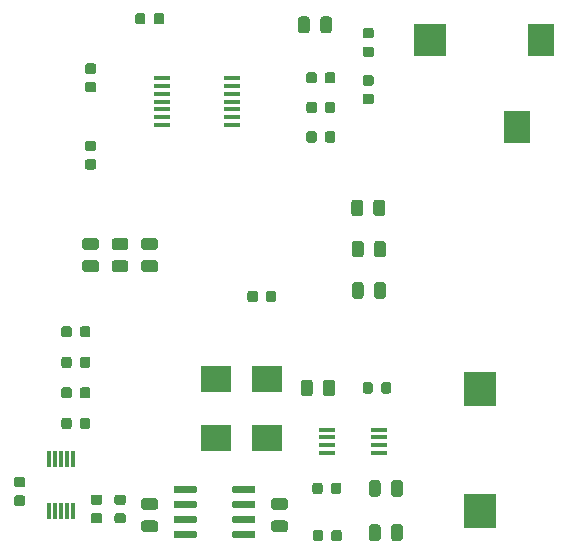
<source format=gtp>
G04 #@! TF.GenerationSoftware,KiCad,Pcbnew,(2018-02-15 revision 29b28de31)-makepkg*
G04 #@! TF.CreationDate,2019-12-21T00:19:12+11:00*
G04 #@! TF.ProjectId,Tph_Synth_Featherwing,5470685F53796E74685F466561746865,rev?*
G04 #@! TF.SameCoordinates,Original*
G04 #@! TF.FileFunction,Paste,Top*
G04 #@! TF.FilePolarity,Positive*
%FSLAX46Y46*%
G04 Gerber Fmt 4.6, Leading zero omitted, Abs format (unit mm)*
G04 Created by KiCad (PCBNEW (2018-02-15 revision 29b28de31)-makepkg) date 12/21/19 00:19:12*
%MOMM*%
%LPD*%
G01*
G04 APERTURE LIST*
%ADD10C,0.100000*%
%ADD11C,0.975000*%
%ADD12R,2.800000X3.000000*%
%ADD13C,0.875000*%
%ADD14R,2.200000X2.800000*%
%ADD15R,2.800000X2.800000*%
%ADD16R,2.500000X2.300000*%
%ADD17R,0.300000X1.400000*%
%ADD18R,1.450000X0.450000*%
%ADD19C,0.600000*%
G04 APERTURE END LIST*
D10*
G36*
X115830142Y-88301174D02*
X115853803Y-88304684D01*
X115877007Y-88310496D01*
X115899529Y-88318554D01*
X115921153Y-88328782D01*
X115941670Y-88341079D01*
X115960883Y-88355329D01*
X115978607Y-88371393D01*
X115994671Y-88389117D01*
X116008921Y-88408330D01*
X116021218Y-88428847D01*
X116031446Y-88450471D01*
X116039504Y-88472993D01*
X116045316Y-88496197D01*
X116048826Y-88519858D01*
X116050000Y-88543750D01*
X116050000Y-89456250D01*
X116048826Y-89480142D01*
X116045316Y-89503803D01*
X116039504Y-89527007D01*
X116031446Y-89549529D01*
X116021218Y-89571153D01*
X116008921Y-89591670D01*
X115994671Y-89610883D01*
X115978607Y-89628607D01*
X115960883Y-89644671D01*
X115941670Y-89658921D01*
X115921153Y-89671218D01*
X115899529Y-89681446D01*
X115877007Y-89689504D01*
X115853803Y-89695316D01*
X115830142Y-89698826D01*
X115806250Y-89700000D01*
X115318750Y-89700000D01*
X115294858Y-89698826D01*
X115271197Y-89695316D01*
X115247993Y-89689504D01*
X115225471Y-89681446D01*
X115203847Y-89671218D01*
X115183330Y-89658921D01*
X115164117Y-89644671D01*
X115146393Y-89628607D01*
X115130329Y-89610883D01*
X115116079Y-89591670D01*
X115103782Y-89571153D01*
X115093554Y-89549529D01*
X115085496Y-89527007D01*
X115079684Y-89503803D01*
X115076174Y-89480142D01*
X115075000Y-89456250D01*
X115075000Y-88543750D01*
X115076174Y-88519858D01*
X115079684Y-88496197D01*
X115085496Y-88472993D01*
X115093554Y-88450471D01*
X115103782Y-88428847D01*
X115116079Y-88408330D01*
X115130329Y-88389117D01*
X115146393Y-88371393D01*
X115164117Y-88355329D01*
X115183330Y-88341079D01*
X115203847Y-88328782D01*
X115225471Y-88318554D01*
X115247993Y-88310496D01*
X115271197Y-88304684D01*
X115294858Y-88301174D01*
X115318750Y-88300000D01*
X115806250Y-88300000D01*
X115830142Y-88301174D01*
X115830142Y-88301174D01*
G37*
D11*
X115562500Y-89000000D03*
D10*
G36*
X117705142Y-88301174D02*
X117728803Y-88304684D01*
X117752007Y-88310496D01*
X117774529Y-88318554D01*
X117796153Y-88328782D01*
X117816670Y-88341079D01*
X117835883Y-88355329D01*
X117853607Y-88371393D01*
X117869671Y-88389117D01*
X117883921Y-88408330D01*
X117896218Y-88428847D01*
X117906446Y-88450471D01*
X117914504Y-88472993D01*
X117920316Y-88496197D01*
X117923826Y-88519858D01*
X117925000Y-88543750D01*
X117925000Y-89456250D01*
X117923826Y-89480142D01*
X117920316Y-89503803D01*
X117914504Y-89527007D01*
X117906446Y-89549529D01*
X117896218Y-89571153D01*
X117883921Y-89591670D01*
X117869671Y-89610883D01*
X117853607Y-89628607D01*
X117835883Y-89644671D01*
X117816670Y-89658921D01*
X117796153Y-89671218D01*
X117774529Y-89681446D01*
X117752007Y-89689504D01*
X117728803Y-89695316D01*
X117705142Y-89698826D01*
X117681250Y-89700000D01*
X117193750Y-89700000D01*
X117169858Y-89698826D01*
X117146197Y-89695316D01*
X117122993Y-89689504D01*
X117100471Y-89681446D01*
X117078847Y-89671218D01*
X117058330Y-89658921D01*
X117039117Y-89644671D01*
X117021393Y-89628607D01*
X117005329Y-89610883D01*
X116991079Y-89591670D01*
X116978782Y-89571153D01*
X116968554Y-89549529D01*
X116960496Y-89527007D01*
X116954684Y-89503803D01*
X116951174Y-89480142D01*
X116950000Y-89456250D01*
X116950000Y-88543750D01*
X116951174Y-88519858D01*
X116954684Y-88496197D01*
X116960496Y-88472993D01*
X116968554Y-88450471D01*
X116978782Y-88428847D01*
X116991079Y-88408330D01*
X117005329Y-88389117D01*
X117021393Y-88371393D01*
X117039117Y-88355329D01*
X117058330Y-88341079D01*
X117078847Y-88328782D01*
X117100471Y-88318554D01*
X117122993Y-88310496D01*
X117146197Y-88304684D01*
X117169858Y-88301174D01*
X117193750Y-88300000D01*
X117681250Y-88300000D01*
X117705142Y-88301174D01*
X117705142Y-88301174D01*
G37*
D11*
X117437500Y-89000000D03*
D12*
X130500000Y-130150000D03*
X130500000Y-119850000D03*
D10*
G36*
X97277691Y-122276053D02*
X97298926Y-122279203D01*
X97319750Y-122284419D01*
X97339962Y-122291651D01*
X97359368Y-122300830D01*
X97377781Y-122311866D01*
X97395024Y-122324654D01*
X97410930Y-122339070D01*
X97425346Y-122354976D01*
X97438134Y-122372219D01*
X97449170Y-122390632D01*
X97458349Y-122410038D01*
X97465581Y-122430250D01*
X97470797Y-122451074D01*
X97473947Y-122472309D01*
X97475000Y-122493750D01*
X97475000Y-123006250D01*
X97473947Y-123027691D01*
X97470797Y-123048926D01*
X97465581Y-123069750D01*
X97458349Y-123089962D01*
X97449170Y-123109368D01*
X97438134Y-123127781D01*
X97425346Y-123145024D01*
X97410930Y-123160930D01*
X97395024Y-123175346D01*
X97377781Y-123188134D01*
X97359368Y-123199170D01*
X97339962Y-123208349D01*
X97319750Y-123215581D01*
X97298926Y-123220797D01*
X97277691Y-123223947D01*
X97256250Y-123225000D01*
X96818750Y-123225000D01*
X96797309Y-123223947D01*
X96776074Y-123220797D01*
X96755250Y-123215581D01*
X96735038Y-123208349D01*
X96715632Y-123199170D01*
X96697219Y-123188134D01*
X96679976Y-123175346D01*
X96664070Y-123160930D01*
X96649654Y-123145024D01*
X96636866Y-123127781D01*
X96625830Y-123109368D01*
X96616651Y-123089962D01*
X96609419Y-123069750D01*
X96604203Y-123048926D01*
X96601053Y-123027691D01*
X96600000Y-123006250D01*
X96600000Y-122493750D01*
X96601053Y-122472309D01*
X96604203Y-122451074D01*
X96609419Y-122430250D01*
X96616651Y-122410038D01*
X96625830Y-122390632D01*
X96636866Y-122372219D01*
X96649654Y-122354976D01*
X96664070Y-122339070D01*
X96679976Y-122324654D01*
X96697219Y-122311866D01*
X96715632Y-122300830D01*
X96735038Y-122291651D01*
X96755250Y-122284419D01*
X96776074Y-122279203D01*
X96797309Y-122276053D01*
X96818750Y-122275000D01*
X97256250Y-122275000D01*
X97277691Y-122276053D01*
X97277691Y-122276053D01*
G37*
D13*
X97037500Y-122750000D03*
D10*
G36*
X95702691Y-122276053D02*
X95723926Y-122279203D01*
X95744750Y-122284419D01*
X95764962Y-122291651D01*
X95784368Y-122300830D01*
X95802781Y-122311866D01*
X95820024Y-122324654D01*
X95835930Y-122339070D01*
X95850346Y-122354976D01*
X95863134Y-122372219D01*
X95874170Y-122390632D01*
X95883349Y-122410038D01*
X95890581Y-122430250D01*
X95895797Y-122451074D01*
X95898947Y-122472309D01*
X95900000Y-122493750D01*
X95900000Y-123006250D01*
X95898947Y-123027691D01*
X95895797Y-123048926D01*
X95890581Y-123069750D01*
X95883349Y-123089962D01*
X95874170Y-123109368D01*
X95863134Y-123127781D01*
X95850346Y-123145024D01*
X95835930Y-123160930D01*
X95820024Y-123175346D01*
X95802781Y-123188134D01*
X95784368Y-123199170D01*
X95764962Y-123208349D01*
X95744750Y-123215581D01*
X95723926Y-123220797D01*
X95702691Y-123223947D01*
X95681250Y-123225000D01*
X95243750Y-123225000D01*
X95222309Y-123223947D01*
X95201074Y-123220797D01*
X95180250Y-123215581D01*
X95160038Y-123208349D01*
X95140632Y-123199170D01*
X95122219Y-123188134D01*
X95104976Y-123175346D01*
X95089070Y-123160930D01*
X95074654Y-123145024D01*
X95061866Y-123127781D01*
X95050830Y-123109368D01*
X95041651Y-123089962D01*
X95034419Y-123069750D01*
X95029203Y-123048926D01*
X95026053Y-123027691D01*
X95025000Y-123006250D01*
X95025000Y-122493750D01*
X95026053Y-122472309D01*
X95029203Y-122451074D01*
X95034419Y-122430250D01*
X95041651Y-122410038D01*
X95050830Y-122390632D01*
X95061866Y-122372219D01*
X95074654Y-122354976D01*
X95089070Y-122339070D01*
X95104976Y-122324654D01*
X95122219Y-122311866D01*
X95140632Y-122300830D01*
X95160038Y-122291651D01*
X95180250Y-122284419D01*
X95201074Y-122279203D01*
X95222309Y-122276053D01*
X95243750Y-122275000D01*
X95681250Y-122275000D01*
X95702691Y-122276053D01*
X95702691Y-122276053D01*
G37*
D13*
X95462500Y-122750000D03*
D10*
G36*
X95702691Y-119693053D02*
X95723926Y-119696203D01*
X95744750Y-119701419D01*
X95764962Y-119708651D01*
X95784368Y-119717830D01*
X95802781Y-119728866D01*
X95820024Y-119741654D01*
X95835930Y-119756070D01*
X95850346Y-119771976D01*
X95863134Y-119789219D01*
X95874170Y-119807632D01*
X95883349Y-119827038D01*
X95890581Y-119847250D01*
X95895797Y-119868074D01*
X95898947Y-119889309D01*
X95900000Y-119910750D01*
X95900000Y-120423250D01*
X95898947Y-120444691D01*
X95895797Y-120465926D01*
X95890581Y-120486750D01*
X95883349Y-120506962D01*
X95874170Y-120526368D01*
X95863134Y-120544781D01*
X95850346Y-120562024D01*
X95835930Y-120577930D01*
X95820024Y-120592346D01*
X95802781Y-120605134D01*
X95784368Y-120616170D01*
X95764962Y-120625349D01*
X95744750Y-120632581D01*
X95723926Y-120637797D01*
X95702691Y-120640947D01*
X95681250Y-120642000D01*
X95243750Y-120642000D01*
X95222309Y-120640947D01*
X95201074Y-120637797D01*
X95180250Y-120632581D01*
X95160038Y-120625349D01*
X95140632Y-120616170D01*
X95122219Y-120605134D01*
X95104976Y-120592346D01*
X95089070Y-120577930D01*
X95074654Y-120562024D01*
X95061866Y-120544781D01*
X95050830Y-120526368D01*
X95041651Y-120506962D01*
X95034419Y-120486750D01*
X95029203Y-120465926D01*
X95026053Y-120444691D01*
X95025000Y-120423250D01*
X95025000Y-119910750D01*
X95026053Y-119889309D01*
X95029203Y-119868074D01*
X95034419Y-119847250D01*
X95041651Y-119827038D01*
X95050830Y-119807632D01*
X95061866Y-119789219D01*
X95074654Y-119771976D01*
X95089070Y-119756070D01*
X95104976Y-119741654D01*
X95122219Y-119728866D01*
X95140632Y-119717830D01*
X95160038Y-119708651D01*
X95180250Y-119701419D01*
X95201074Y-119696203D01*
X95222309Y-119693053D01*
X95243750Y-119692000D01*
X95681250Y-119692000D01*
X95702691Y-119693053D01*
X95702691Y-119693053D01*
G37*
D13*
X95462500Y-120167000D03*
D10*
G36*
X97277691Y-119693053D02*
X97298926Y-119696203D01*
X97319750Y-119701419D01*
X97339962Y-119708651D01*
X97359368Y-119717830D01*
X97377781Y-119728866D01*
X97395024Y-119741654D01*
X97410930Y-119756070D01*
X97425346Y-119771976D01*
X97438134Y-119789219D01*
X97449170Y-119807632D01*
X97458349Y-119827038D01*
X97465581Y-119847250D01*
X97470797Y-119868074D01*
X97473947Y-119889309D01*
X97475000Y-119910750D01*
X97475000Y-120423250D01*
X97473947Y-120444691D01*
X97470797Y-120465926D01*
X97465581Y-120486750D01*
X97458349Y-120506962D01*
X97449170Y-120526368D01*
X97438134Y-120544781D01*
X97425346Y-120562024D01*
X97410930Y-120577930D01*
X97395024Y-120592346D01*
X97377781Y-120605134D01*
X97359368Y-120616170D01*
X97339962Y-120625349D01*
X97319750Y-120632581D01*
X97298926Y-120637797D01*
X97277691Y-120640947D01*
X97256250Y-120642000D01*
X96818750Y-120642000D01*
X96797309Y-120640947D01*
X96776074Y-120637797D01*
X96755250Y-120632581D01*
X96735038Y-120625349D01*
X96715632Y-120616170D01*
X96697219Y-120605134D01*
X96679976Y-120592346D01*
X96664070Y-120577930D01*
X96649654Y-120562024D01*
X96636866Y-120544781D01*
X96625830Y-120526368D01*
X96616651Y-120506962D01*
X96609419Y-120486750D01*
X96604203Y-120465926D01*
X96601053Y-120444691D01*
X96600000Y-120423250D01*
X96600000Y-119910750D01*
X96601053Y-119889309D01*
X96604203Y-119868074D01*
X96609419Y-119847250D01*
X96616651Y-119827038D01*
X96625830Y-119807632D01*
X96636866Y-119789219D01*
X96649654Y-119771976D01*
X96664070Y-119756070D01*
X96679976Y-119741654D01*
X96697219Y-119728866D01*
X96715632Y-119717830D01*
X96735038Y-119708651D01*
X96755250Y-119701419D01*
X96776074Y-119696203D01*
X96797309Y-119693053D01*
X96818750Y-119692000D01*
X97256250Y-119692000D01*
X97277691Y-119693053D01*
X97277691Y-119693053D01*
G37*
D13*
X97037500Y-120167000D03*
D10*
G36*
X97277691Y-117109053D02*
X97298926Y-117112203D01*
X97319750Y-117117419D01*
X97339962Y-117124651D01*
X97359368Y-117133830D01*
X97377781Y-117144866D01*
X97395024Y-117157654D01*
X97410930Y-117172070D01*
X97425346Y-117187976D01*
X97438134Y-117205219D01*
X97449170Y-117223632D01*
X97458349Y-117243038D01*
X97465581Y-117263250D01*
X97470797Y-117284074D01*
X97473947Y-117305309D01*
X97475000Y-117326750D01*
X97475000Y-117839250D01*
X97473947Y-117860691D01*
X97470797Y-117881926D01*
X97465581Y-117902750D01*
X97458349Y-117922962D01*
X97449170Y-117942368D01*
X97438134Y-117960781D01*
X97425346Y-117978024D01*
X97410930Y-117993930D01*
X97395024Y-118008346D01*
X97377781Y-118021134D01*
X97359368Y-118032170D01*
X97339962Y-118041349D01*
X97319750Y-118048581D01*
X97298926Y-118053797D01*
X97277691Y-118056947D01*
X97256250Y-118058000D01*
X96818750Y-118058000D01*
X96797309Y-118056947D01*
X96776074Y-118053797D01*
X96755250Y-118048581D01*
X96735038Y-118041349D01*
X96715632Y-118032170D01*
X96697219Y-118021134D01*
X96679976Y-118008346D01*
X96664070Y-117993930D01*
X96649654Y-117978024D01*
X96636866Y-117960781D01*
X96625830Y-117942368D01*
X96616651Y-117922962D01*
X96609419Y-117902750D01*
X96604203Y-117881926D01*
X96601053Y-117860691D01*
X96600000Y-117839250D01*
X96600000Y-117326750D01*
X96601053Y-117305309D01*
X96604203Y-117284074D01*
X96609419Y-117263250D01*
X96616651Y-117243038D01*
X96625830Y-117223632D01*
X96636866Y-117205219D01*
X96649654Y-117187976D01*
X96664070Y-117172070D01*
X96679976Y-117157654D01*
X96697219Y-117144866D01*
X96715632Y-117133830D01*
X96735038Y-117124651D01*
X96755250Y-117117419D01*
X96776074Y-117112203D01*
X96797309Y-117109053D01*
X96818750Y-117108000D01*
X97256250Y-117108000D01*
X97277691Y-117109053D01*
X97277691Y-117109053D01*
G37*
D13*
X97037500Y-117583000D03*
D10*
G36*
X95702691Y-117109053D02*
X95723926Y-117112203D01*
X95744750Y-117117419D01*
X95764962Y-117124651D01*
X95784368Y-117133830D01*
X95802781Y-117144866D01*
X95820024Y-117157654D01*
X95835930Y-117172070D01*
X95850346Y-117187976D01*
X95863134Y-117205219D01*
X95874170Y-117223632D01*
X95883349Y-117243038D01*
X95890581Y-117263250D01*
X95895797Y-117284074D01*
X95898947Y-117305309D01*
X95900000Y-117326750D01*
X95900000Y-117839250D01*
X95898947Y-117860691D01*
X95895797Y-117881926D01*
X95890581Y-117902750D01*
X95883349Y-117922962D01*
X95874170Y-117942368D01*
X95863134Y-117960781D01*
X95850346Y-117978024D01*
X95835930Y-117993930D01*
X95820024Y-118008346D01*
X95802781Y-118021134D01*
X95784368Y-118032170D01*
X95764962Y-118041349D01*
X95744750Y-118048581D01*
X95723926Y-118053797D01*
X95702691Y-118056947D01*
X95681250Y-118058000D01*
X95243750Y-118058000D01*
X95222309Y-118056947D01*
X95201074Y-118053797D01*
X95180250Y-118048581D01*
X95160038Y-118041349D01*
X95140632Y-118032170D01*
X95122219Y-118021134D01*
X95104976Y-118008346D01*
X95089070Y-117993930D01*
X95074654Y-117978024D01*
X95061866Y-117960781D01*
X95050830Y-117942368D01*
X95041651Y-117922962D01*
X95034419Y-117902750D01*
X95029203Y-117881926D01*
X95026053Y-117860691D01*
X95025000Y-117839250D01*
X95025000Y-117326750D01*
X95026053Y-117305309D01*
X95029203Y-117284074D01*
X95034419Y-117263250D01*
X95041651Y-117243038D01*
X95050830Y-117223632D01*
X95061866Y-117205219D01*
X95074654Y-117187976D01*
X95089070Y-117172070D01*
X95104976Y-117157654D01*
X95122219Y-117144866D01*
X95140632Y-117133830D01*
X95160038Y-117124651D01*
X95180250Y-117117419D01*
X95201074Y-117112203D01*
X95222309Y-117109053D01*
X95243750Y-117108000D01*
X95681250Y-117108000D01*
X95702691Y-117109053D01*
X95702691Y-117109053D01*
G37*
D13*
X95462500Y-117583000D03*
D10*
G36*
X95702691Y-114526053D02*
X95723926Y-114529203D01*
X95744750Y-114534419D01*
X95764962Y-114541651D01*
X95784368Y-114550830D01*
X95802781Y-114561866D01*
X95820024Y-114574654D01*
X95835930Y-114589070D01*
X95850346Y-114604976D01*
X95863134Y-114622219D01*
X95874170Y-114640632D01*
X95883349Y-114660038D01*
X95890581Y-114680250D01*
X95895797Y-114701074D01*
X95898947Y-114722309D01*
X95900000Y-114743750D01*
X95900000Y-115256250D01*
X95898947Y-115277691D01*
X95895797Y-115298926D01*
X95890581Y-115319750D01*
X95883349Y-115339962D01*
X95874170Y-115359368D01*
X95863134Y-115377781D01*
X95850346Y-115395024D01*
X95835930Y-115410930D01*
X95820024Y-115425346D01*
X95802781Y-115438134D01*
X95784368Y-115449170D01*
X95764962Y-115458349D01*
X95744750Y-115465581D01*
X95723926Y-115470797D01*
X95702691Y-115473947D01*
X95681250Y-115475000D01*
X95243750Y-115475000D01*
X95222309Y-115473947D01*
X95201074Y-115470797D01*
X95180250Y-115465581D01*
X95160038Y-115458349D01*
X95140632Y-115449170D01*
X95122219Y-115438134D01*
X95104976Y-115425346D01*
X95089070Y-115410930D01*
X95074654Y-115395024D01*
X95061866Y-115377781D01*
X95050830Y-115359368D01*
X95041651Y-115339962D01*
X95034419Y-115319750D01*
X95029203Y-115298926D01*
X95026053Y-115277691D01*
X95025000Y-115256250D01*
X95025000Y-114743750D01*
X95026053Y-114722309D01*
X95029203Y-114701074D01*
X95034419Y-114680250D01*
X95041651Y-114660038D01*
X95050830Y-114640632D01*
X95061866Y-114622219D01*
X95074654Y-114604976D01*
X95089070Y-114589070D01*
X95104976Y-114574654D01*
X95122219Y-114561866D01*
X95140632Y-114550830D01*
X95160038Y-114541651D01*
X95180250Y-114534419D01*
X95201074Y-114529203D01*
X95222309Y-114526053D01*
X95243750Y-114525000D01*
X95681250Y-114525000D01*
X95702691Y-114526053D01*
X95702691Y-114526053D01*
G37*
D13*
X95462500Y-115000000D03*
D10*
G36*
X97277691Y-114526053D02*
X97298926Y-114529203D01*
X97319750Y-114534419D01*
X97339962Y-114541651D01*
X97359368Y-114550830D01*
X97377781Y-114561866D01*
X97395024Y-114574654D01*
X97410930Y-114589070D01*
X97425346Y-114604976D01*
X97438134Y-114622219D01*
X97449170Y-114640632D01*
X97458349Y-114660038D01*
X97465581Y-114680250D01*
X97470797Y-114701074D01*
X97473947Y-114722309D01*
X97475000Y-114743750D01*
X97475000Y-115256250D01*
X97473947Y-115277691D01*
X97470797Y-115298926D01*
X97465581Y-115319750D01*
X97458349Y-115339962D01*
X97449170Y-115359368D01*
X97438134Y-115377781D01*
X97425346Y-115395024D01*
X97410930Y-115410930D01*
X97395024Y-115425346D01*
X97377781Y-115438134D01*
X97359368Y-115449170D01*
X97339962Y-115458349D01*
X97319750Y-115465581D01*
X97298926Y-115470797D01*
X97277691Y-115473947D01*
X97256250Y-115475000D01*
X96818750Y-115475000D01*
X96797309Y-115473947D01*
X96776074Y-115470797D01*
X96755250Y-115465581D01*
X96735038Y-115458349D01*
X96715632Y-115449170D01*
X96697219Y-115438134D01*
X96679976Y-115425346D01*
X96664070Y-115410930D01*
X96649654Y-115395024D01*
X96636866Y-115377781D01*
X96625830Y-115359368D01*
X96616651Y-115339962D01*
X96609419Y-115319750D01*
X96604203Y-115298926D01*
X96601053Y-115277691D01*
X96600000Y-115256250D01*
X96600000Y-114743750D01*
X96601053Y-114722309D01*
X96604203Y-114701074D01*
X96609419Y-114680250D01*
X96616651Y-114660038D01*
X96625830Y-114640632D01*
X96636866Y-114622219D01*
X96649654Y-114604976D01*
X96664070Y-114589070D01*
X96679976Y-114574654D01*
X96697219Y-114561866D01*
X96715632Y-114550830D01*
X96735038Y-114541651D01*
X96755250Y-114534419D01*
X96776074Y-114529203D01*
X96797309Y-114526053D01*
X96818750Y-114525000D01*
X97256250Y-114525000D01*
X97277691Y-114526053D01*
X97277691Y-114526053D01*
G37*
D13*
X97037500Y-115000000D03*
D10*
G36*
X91777691Y-128851053D02*
X91798926Y-128854203D01*
X91819750Y-128859419D01*
X91839962Y-128866651D01*
X91859368Y-128875830D01*
X91877781Y-128886866D01*
X91895024Y-128899654D01*
X91910930Y-128914070D01*
X91925346Y-128929976D01*
X91938134Y-128947219D01*
X91949170Y-128965632D01*
X91958349Y-128985038D01*
X91965581Y-129005250D01*
X91970797Y-129026074D01*
X91973947Y-129047309D01*
X91975000Y-129068750D01*
X91975000Y-129506250D01*
X91973947Y-129527691D01*
X91970797Y-129548926D01*
X91965581Y-129569750D01*
X91958349Y-129589962D01*
X91949170Y-129609368D01*
X91938134Y-129627781D01*
X91925346Y-129645024D01*
X91910930Y-129660930D01*
X91895024Y-129675346D01*
X91877781Y-129688134D01*
X91859368Y-129699170D01*
X91839962Y-129708349D01*
X91819750Y-129715581D01*
X91798926Y-129720797D01*
X91777691Y-129723947D01*
X91756250Y-129725000D01*
X91243750Y-129725000D01*
X91222309Y-129723947D01*
X91201074Y-129720797D01*
X91180250Y-129715581D01*
X91160038Y-129708349D01*
X91140632Y-129699170D01*
X91122219Y-129688134D01*
X91104976Y-129675346D01*
X91089070Y-129660930D01*
X91074654Y-129645024D01*
X91061866Y-129627781D01*
X91050830Y-129609368D01*
X91041651Y-129589962D01*
X91034419Y-129569750D01*
X91029203Y-129548926D01*
X91026053Y-129527691D01*
X91025000Y-129506250D01*
X91025000Y-129068750D01*
X91026053Y-129047309D01*
X91029203Y-129026074D01*
X91034419Y-129005250D01*
X91041651Y-128985038D01*
X91050830Y-128965632D01*
X91061866Y-128947219D01*
X91074654Y-128929976D01*
X91089070Y-128914070D01*
X91104976Y-128899654D01*
X91122219Y-128886866D01*
X91140632Y-128875830D01*
X91160038Y-128866651D01*
X91180250Y-128859419D01*
X91201074Y-128854203D01*
X91222309Y-128851053D01*
X91243750Y-128850000D01*
X91756250Y-128850000D01*
X91777691Y-128851053D01*
X91777691Y-128851053D01*
G37*
D13*
X91500000Y-129287500D03*
D10*
G36*
X91777691Y-127276053D02*
X91798926Y-127279203D01*
X91819750Y-127284419D01*
X91839962Y-127291651D01*
X91859368Y-127300830D01*
X91877781Y-127311866D01*
X91895024Y-127324654D01*
X91910930Y-127339070D01*
X91925346Y-127354976D01*
X91938134Y-127372219D01*
X91949170Y-127390632D01*
X91958349Y-127410038D01*
X91965581Y-127430250D01*
X91970797Y-127451074D01*
X91973947Y-127472309D01*
X91975000Y-127493750D01*
X91975000Y-127931250D01*
X91973947Y-127952691D01*
X91970797Y-127973926D01*
X91965581Y-127994750D01*
X91958349Y-128014962D01*
X91949170Y-128034368D01*
X91938134Y-128052781D01*
X91925346Y-128070024D01*
X91910930Y-128085930D01*
X91895024Y-128100346D01*
X91877781Y-128113134D01*
X91859368Y-128124170D01*
X91839962Y-128133349D01*
X91819750Y-128140581D01*
X91798926Y-128145797D01*
X91777691Y-128148947D01*
X91756250Y-128150000D01*
X91243750Y-128150000D01*
X91222309Y-128148947D01*
X91201074Y-128145797D01*
X91180250Y-128140581D01*
X91160038Y-128133349D01*
X91140632Y-128124170D01*
X91122219Y-128113134D01*
X91104976Y-128100346D01*
X91089070Y-128085930D01*
X91074654Y-128070024D01*
X91061866Y-128052781D01*
X91050830Y-128034368D01*
X91041651Y-128014962D01*
X91034419Y-127994750D01*
X91029203Y-127973926D01*
X91026053Y-127952691D01*
X91025000Y-127931250D01*
X91025000Y-127493750D01*
X91026053Y-127472309D01*
X91029203Y-127451074D01*
X91034419Y-127430250D01*
X91041651Y-127410038D01*
X91050830Y-127390632D01*
X91061866Y-127372219D01*
X91074654Y-127354976D01*
X91089070Y-127339070D01*
X91104976Y-127324654D01*
X91122219Y-127311866D01*
X91140632Y-127300830D01*
X91160038Y-127291651D01*
X91180250Y-127284419D01*
X91201074Y-127279203D01*
X91222309Y-127276053D01*
X91243750Y-127275000D01*
X91756250Y-127275000D01*
X91777691Y-127276053D01*
X91777691Y-127276053D01*
G37*
D13*
X91500000Y-127712500D03*
D10*
G36*
X118027691Y-98026053D02*
X118048926Y-98029203D01*
X118069750Y-98034419D01*
X118089962Y-98041651D01*
X118109368Y-98050830D01*
X118127781Y-98061866D01*
X118145024Y-98074654D01*
X118160930Y-98089070D01*
X118175346Y-98104976D01*
X118188134Y-98122219D01*
X118199170Y-98140632D01*
X118208349Y-98160038D01*
X118215581Y-98180250D01*
X118220797Y-98201074D01*
X118223947Y-98222309D01*
X118225000Y-98243750D01*
X118225000Y-98756250D01*
X118223947Y-98777691D01*
X118220797Y-98798926D01*
X118215581Y-98819750D01*
X118208349Y-98839962D01*
X118199170Y-98859368D01*
X118188134Y-98877781D01*
X118175346Y-98895024D01*
X118160930Y-98910930D01*
X118145024Y-98925346D01*
X118127781Y-98938134D01*
X118109368Y-98949170D01*
X118089962Y-98958349D01*
X118069750Y-98965581D01*
X118048926Y-98970797D01*
X118027691Y-98973947D01*
X118006250Y-98975000D01*
X117568750Y-98975000D01*
X117547309Y-98973947D01*
X117526074Y-98970797D01*
X117505250Y-98965581D01*
X117485038Y-98958349D01*
X117465632Y-98949170D01*
X117447219Y-98938134D01*
X117429976Y-98925346D01*
X117414070Y-98910930D01*
X117399654Y-98895024D01*
X117386866Y-98877781D01*
X117375830Y-98859368D01*
X117366651Y-98839962D01*
X117359419Y-98819750D01*
X117354203Y-98798926D01*
X117351053Y-98777691D01*
X117350000Y-98756250D01*
X117350000Y-98243750D01*
X117351053Y-98222309D01*
X117354203Y-98201074D01*
X117359419Y-98180250D01*
X117366651Y-98160038D01*
X117375830Y-98140632D01*
X117386866Y-98122219D01*
X117399654Y-98104976D01*
X117414070Y-98089070D01*
X117429976Y-98074654D01*
X117447219Y-98061866D01*
X117465632Y-98050830D01*
X117485038Y-98041651D01*
X117505250Y-98034419D01*
X117526074Y-98029203D01*
X117547309Y-98026053D01*
X117568750Y-98025000D01*
X118006250Y-98025000D01*
X118027691Y-98026053D01*
X118027691Y-98026053D01*
G37*
D13*
X117787500Y-98500000D03*
D10*
G36*
X116452691Y-98026053D02*
X116473926Y-98029203D01*
X116494750Y-98034419D01*
X116514962Y-98041651D01*
X116534368Y-98050830D01*
X116552781Y-98061866D01*
X116570024Y-98074654D01*
X116585930Y-98089070D01*
X116600346Y-98104976D01*
X116613134Y-98122219D01*
X116624170Y-98140632D01*
X116633349Y-98160038D01*
X116640581Y-98180250D01*
X116645797Y-98201074D01*
X116648947Y-98222309D01*
X116650000Y-98243750D01*
X116650000Y-98756250D01*
X116648947Y-98777691D01*
X116645797Y-98798926D01*
X116640581Y-98819750D01*
X116633349Y-98839962D01*
X116624170Y-98859368D01*
X116613134Y-98877781D01*
X116600346Y-98895024D01*
X116585930Y-98910930D01*
X116570024Y-98925346D01*
X116552781Y-98938134D01*
X116534368Y-98949170D01*
X116514962Y-98958349D01*
X116494750Y-98965581D01*
X116473926Y-98970797D01*
X116452691Y-98973947D01*
X116431250Y-98975000D01*
X115993750Y-98975000D01*
X115972309Y-98973947D01*
X115951074Y-98970797D01*
X115930250Y-98965581D01*
X115910038Y-98958349D01*
X115890632Y-98949170D01*
X115872219Y-98938134D01*
X115854976Y-98925346D01*
X115839070Y-98910930D01*
X115824654Y-98895024D01*
X115811866Y-98877781D01*
X115800830Y-98859368D01*
X115791651Y-98839962D01*
X115784419Y-98819750D01*
X115779203Y-98798926D01*
X115776053Y-98777691D01*
X115775000Y-98756250D01*
X115775000Y-98243750D01*
X115776053Y-98222309D01*
X115779203Y-98201074D01*
X115784419Y-98180250D01*
X115791651Y-98160038D01*
X115800830Y-98140632D01*
X115811866Y-98122219D01*
X115824654Y-98104976D01*
X115839070Y-98089070D01*
X115854976Y-98074654D01*
X115872219Y-98061866D01*
X115890632Y-98050830D01*
X115910038Y-98041651D01*
X115930250Y-98034419D01*
X115951074Y-98029203D01*
X115972309Y-98026053D01*
X115993750Y-98025000D01*
X116431250Y-98025000D01*
X116452691Y-98026053D01*
X116452691Y-98026053D01*
G37*
D13*
X116212500Y-98500000D03*
D10*
G36*
X113980142Y-129096174D02*
X114003803Y-129099684D01*
X114027007Y-129105496D01*
X114049529Y-129113554D01*
X114071153Y-129123782D01*
X114091670Y-129136079D01*
X114110883Y-129150329D01*
X114128607Y-129166393D01*
X114144671Y-129184117D01*
X114158921Y-129203330D01*
X114171218Y-129223847D01*
X114181446Y-129245471D01*
X114189504Y-129267993D01*
X114195316Y-129291197D01*
X114198826Y-129314858D01*
X114200000Y-129338750D01*
X114200000Y-129826250D01*
X114198826Y-129850142D01*
X114195316Y-129873803D01*
X114189504Y-129897007D01*
X114181446Y-129919529D01*
X114171218Y-129941153D01*
X114158921Y-129961670D01*
X114144671Y-129980883D01*
X114128607Y-129998607D01*
X114110883Y-130014671D01*
X114091670Y-130028921D01*
X114071153Y-130041218D01*
X114049529Y-130051446D01*
X114027007Y-130059504D01*
X114003803Y-130065316D01*
X113980142Y-130068826D01*
X113956250Y-130070000D01*
X113043750Y-130070000D01*
X113019858Y-130068826D01*
X112996197Y-130065316D01*
X112972993Y-130059504D01*
X112950471Y-130051446D01*
X112928847Y-130041218D01*
X112908330Y-130028921D01*
X112889117Y-130014671D01*
X112871393Y-129998607D01*
X112855329Y-129980883D01*
X112841079Y-129961670D01*
X112828782Y-129941153D01*
X112818554Y-129919529D01*
X112810496Y-129897007D01*
X112804684Y-129873803D01*
X112801174Y-129850142D01*
X112800000Y-129826250D01*
X112800000Y-129338750D01*
X112801174Y-129314858D01*
X112804684Y-129291197D01*
X112810496Y-129267993D01*
X112818554Y-129245471D01*
X112828782Y-129223847D01*
X112841079Y-129203330D01*
X112855329Y-129184117D01*
X112871393Y-129166393D01*
X112889117Y-129150329D01*
X112908330Y-129136079D01*
X112928847Y-129123782D01*
X112950471Y-129113554D01*
X112972993Y-129105496D01*
X112996197Y-129099684D01*
X113019858Y-129096174D01*
X113043750Y-129095000D01*
X113956250Y-129095000D01*
X113980142Y-129096174D01*
X113980142Y-129096174D01*
G37*
D11*
X113500000Y-129582500D03*
D10*
G36*
X113980142Y-130971174D02*
X114003803Y-130974684D01*
X114027007Y-130980496D01*
X114049529Y-130988554D01*
X114071153Y-130998782D01*
X114091670Y-131011079D01*
X114110883Y-131025329D01*
X114128607Y-131041393D01*
X114144671Y-131059117D01*
X114158921Y-131078330D01*
X114171218Y-131098847D01*
X114181446Y-131120471D01*
X114189504Y-131142993D01*
X114195316Y-131166197D01*
X114198826Y-131189858D01*
X114200000Y-131213750D01*
X114200000Y-131701250D01*
X114198826Y-131725142D01*
X114195316Y-131748803D01*
X114189504Y-131772007D01*
X114181446Y-131794529D01*
X114171218Y-131816153D01*
X114158921Y-131836670D01*
X114144671Y-131855883D01*
X114128607Y-131873607D01*
X114110883Y-131889671D01*
X114091670Y-131903921D01*
X114071153Y-131916218D01*
X114049529Y-131926446D01*
X114027007Y-131934504D01*
X114003803Y-131940316D01*
X113980142Y-131943826D01*
X113956250Y-131945000D01*
X113043750Y-131945000D01*
X113019858Y-131943826D01*
X112996197Y-131940316D01*
X112972993Y-131934504D01*
X112950471Y-131926446D01*
X112928847Y-131916218D01*
X112908330Y-131903921D01*
X112889117Y-131889671D01*
X112871393Y-131873607D01*
X112855329Y-131855883D01*
X112841079Y-131836670D01*
X112828782Y-131816153D01*
X112818554Y-131794529D01*
X112810496Y-131772007D01*
X112804684Y-131748803D01*
X112801174Y-131725142D01*
X112800000Y-131701250D01*
X112800000Y-131213750D01*
X112801174Y-131189858D01*
X112804684Y-131166197D01*
X112810496Y-131142993D01*
X112818554Y-131120471D01*
X112828782Y-131098847D01*
X112841079Y-131078330D01*
X112855329Y-131059117D01*
X112871393Y-131041393D01*
X112889117Y-131025329D01*
X112908330Y-131011079D01*
X112928847Y-130998782D01*
X112950471Y-130988554D01*
X112972993Y-130980496D01*
X112996197Y-130974684D01*
X113019858Y-130971174D01*
X113043750Y-130970000D01*
X113956250Y-130970000D01*
X113980142Y-130971174D01*
X113980142Y-130971174D01*
G37*
D11*
X113500000Y-131457500D03*
D10*
G36*
X120392142Y-110801174D02*
X120415803Y-110804684D01*
X120439007Y-110810496D01*
X120461529Y-110818554D01*
X120483153Y-110828782D01*
X120503670Y-110841079D01*
X120522883Y-110855329D01*
X120540607Y-110871393D01*
X120556671Y-110889117D01*
X120570921Y-110908330D01*
X120583218Y-110928847D01*
X120593446Y-110950471D01*
X120601504Y-110972993D01*
X120607316Y-110996197D01*
X120610826Y-111019858D01*
X120612000Y-111043750D01*
X120612000Y-111956250D01*
X120610826Y-111980142D01*
X120607316Y-112003803D01*
X120601504Y-112027007D01*
X120593446Y-112049529D01*
X120583218Y-112071153D01*
X120570921Y-112091670D01*
X120556671Y-112110883D01*
X120540607Y-112128607D01*
X120522883Y-112144671D01*
X120503670Y-112158921D01*
X120483153Y-112171218D01*
X120461529Y-112181446D01*
X120439007Y-112189504D01*
X120415803Y-112195316D01*
X120392142Y-112198826D01*
X120368250Y-112200000D01*
X119880750Y-112200000D01*
X119856858Y-112198826D01*
X119833197Y-112195316D01*
X119809993Y-112189504D01*
X119787471Y-112181446D01*
X119765847Y-112171218D01*
X119745330Y-112158921D01*
X119726117Y-112144671D01*
X119708393Y-112128607D01*
X119692329Y-112110883D01*
X119678079Y-112091670D01*
X119665782Y-112071153D01*
X119655554Y-112049529D01*
X119647496Y-112027007D01*
X119641684Y-112003803D01*
X119638174Y-111980142D01*
X119637000Y-111956250D01*
X119637000Y-111043750D01*
X119638174Y-111019858D01*
X119641684Y-110996197D01*
X119647496Y-110972993D01*
X119655554Y-110950471D01*
X119665782Y-110928847D01*
X119678079Y-110908330D01*
X119692329Y-110889117D01*
X119708393Y-110871393D01*
X119726117Y-110855329D01*
X119745330Y-110841079D01*
X119765847Y-110828782D01*
X119787471Y-110818554D01*
X119809993Y-110810496D01*
X119833197Y-110804684D01*
X119856858Y-110801174D01*
X119880750Y-110800000D01*
X120368250Y-110800000D01*
X120392142Y-110801174D01*
X120392142Y-110801174D01*
G37*
D11*
X120124500Y-111500000D03*
D10*
G36*
X122267142Y-110801174D02*
X122290803Y-110804684D01*
X122314007Y-110810496D01*
X122336529Y-110818554D01*
X122358153Y-110828782D01*
X122378670Y-110841079D01*
X122397883Y-110855329D01*
X122415607Y-110871393D01*
X122431671Y-110889117D01*
X122445921Y-110908330D01*
X122458218Y-110928847D01*
X122468446Y-110950471D01*
X122476504Y-110972993D01*
X122482316Y-110996197D01*
X122485826Y-111019858D01*
X122487000Y-111043750D01*
X122487000Y-111956250D01*
X122485826Y-111980142D01*
X122482316Y-112003803D01*
X122476504Y-112027007D01*
X122468446Y-112049529D01*
X122458218Y-112071153D01*
X122445921Y-112091670D01*
X122431671Y-112110883D01*
X122415607Y-112128607D01*
X122397883Y-112144671D01*
X122378670Y-112158921D01*
X122358153Y-112171218D01*
X122336529Y-112181446D01*
X122314007Y-112189504D01*
X122290803Y-112195316D01*
X122267142Y-112198826D01*
X122243250Y-112200000D01*
X121755750Y-112200000D01*
X121731858Y-112198826D01*
X121708197Y-112195316D01*
X121684993Y-112189504D01*
X121662471Y-112181446D01*
X121640847Y-112171218D01*
X121620330Y-112158921D01*
X121601117Y-112144671D01*
X121583393Y-112128607D01*
X121567329Y-112110883D01*
X121553079Y-112091670D01*
X121540782Y-112071153D01*
X121530554Y-112049529D01*
X121522496Y-112027007D01*
X121516684Y-112003803D01*
X121513174Y-111980142D01*
X121512000Y-111956250D01*
X121512000Y-111043750D01*
X121513174Y-111019858D01*
X121516684Y-110996197D01*
X121522496Y-110972993D01*
X121530554Y-110950471D01*
X121540782Y-110928847D01*
X121553079Y-110908330D01*
X121567329Y-110889117D01*
X121583393Y-110871393D01*
X121601117Y-110855329D01*
X121620330Y-110841079D01*
X121640847Y-110828782D01*
X121662471Y-110818554D01*
X121684993Y-110810496D01*
X121708197Y-110804684D01*
X121731858Y-110801174D01*
X121755750Y-110800000D01*
X122243250Y-110800000D01*
X122267142Y-110801174D01*
X122267142Y-110801174D01*
G37*
D11*
X121999500Y-111500000D03*
D10*
G36*
X122205142Y-103801174D02*
X122228803Y-103804684D01*
X122252007Y-103810496D01*
X122274529Y-103818554D01*
X122296153Y-103828782D01*
X122316670Y-103841079D01*
X122335883Y-103855329D01*
X122353607Y-103871393D01*
X122369671Y-103889117D01*
X122383921Y-103908330D01*
X122396218Y-103928847D01*
X122406446Y-103950471D01*
X122414504Y-103972993D01*
X122420316Y-103996197D01*
X122423826Y-104019858D01*
X122425000Y-104043750D01*
X122425000Y-104956250D01*
X122423826Y-104980142D01*
X122420316Y-105003803D01*
X122414504Y-105027007D01*
X122406446Y-105049529D01*
X122396218Y-105071153D01*
X122383921Y-105091670D01*
X122369671Y-105110883D01*
X122353607Y-105128607D01*
X122335883Y-105144671D01*
X122316670Y-105158921D01*
X122296153Y-105171218D01*
X122274529Y-105181446D01*
X122252007Y-105189504D01*
X122228803Y-105195316D01*
X122205142Y-105198826D01*
X122181250Y-105200000D01*
X121693750Y-105200000D01*
X121669858Y-105198826D01*
X121646197Y-105195316D01*
X121622993Y-105189504D01*
X121600471Y-105181446D01*
X121578847Y-105171218D01*
X121558330Y-105158921D01*
X121539117Y-105144671D01*
X121521393Y-105128607D01*
X121505329Y-105110883D01*
X121491079Y-105091670D01*
X121478782Y-105071153D01*
X121468554Y-105049529D01*
X121460496Y-105027007D01*
X121454684Y-105003803D01*
X121451174Y-104980142D01*
X121450000Y-104956250D01*
X121450000Y-104043750D01*
X121451174Y-104019858D01*
X121454684Y-103996197D01*
X121460496Y-103972993D01*
X121468554Y-103950471D01*
X121478782Y-103928847D01*
X121491079Y-103908330D01*
X121505329Y-103889117D01*
X121521393Y-103871393D01*
X121539117Y-103855329D01*
X121558330Y-103841079D01*
X121578847Y-103828782D01*
X121600471Y-103818554D01*
X121622993Y-103810496D01*
X121646197Y-103804684D01*
X121669858Y-103801174D01*
X121693750Y-103800000D01*
X122181250Y-103800000D01*
X122205142Y-103801174D01*
X122205142Y-103801174D01*
G37*
D11*
X121937500Y-104500000D03*
D10*
G36*
X120330142Y-103801174D02*
X120353803Y-103804684D01*
X120377007Y-103810496D01*
X120399529Y-103818554D01*
X120421153Y-103828782D01*
X120441670Y-103841079D01*
X120460883Y-103855329D01*
X120478607Y-103871393D01*
X120494671Y-103889117D01*
X120508921Y-103908330D01*
X120521218Y-103928847D01*
X120531446Y-103950471D01*
X120539504Y-103972993D01*
X120545316Y-103996197D01*
X120548826Y-104019858D01*
X120550000Y-104043750D01*
X120550000Y-104956250D01*
X120548826Y-104980142D01*
X120545316Y-105003803D01*
X120539504Y-105027007D01*
X120531446Y-105049529D01*
X120521218Y-105071153D01*
X120508921Y-105091670D01*
X120494671Y-105110883D01*
X120478607Y-105128607D01*
X120460883Y-105144671D01*
X120441670Y-105158921D01*
X120421153Y-105171218D01*
X120399529Y-105181446D01*
X120377007Y-105189504D01*
X120353803Y-105195316D01*
X120330142Y-105198826D01*
X120306250Y-105200000D01*
X119818750Y-105200000D01*
X119794858Y-105198826D01*
X119771197Y-105195316D01*
X119747993Y-105189504D01*
X119725471Y-105181446D01*
X119703847Y-105171218D01*
X119683330Y-105158921D01*
X119664117Y-105144671D01*
X119646393Y-105128607D01*
X119630329Y-105110883D01*
X119616079Y-105091670D01*
X119603782Y-105071153D01*
X119593554Y-105049529D01*
X119585496Y-105027007D01*
X119579684Y-105003803D01*
X119576174Y-104980142D01*
X119575000Y-104956250D01*
X119575000Y-104043750D01*
X119576174Y-104019858D01*
X119579684Y-103996197D01*
X119585496Y-103972993D01*
X119593554Y-103950471D01*
X119603782Y-103928847D01*
X119616079Y-103908330D01*
X119630329Y-103889117D01*
X119646393Y-103871393D01*
X119664117Y-103855329D01*
X119683330Y-103841079D01*
X119703847Y-103828782D01*
X119725471Y-103818554D01*
X119747993Y-103810496D01*
X119771197Y-103804684D01*
X119794858Y-103801174D01*
X119818750Y-103800000D01*
X120306250Y-103800000D01*
X120330142Y-103801174D01*
X120330142Y-103801174D01*
G37*
D11*
X120062500Y-104500000D03*
D10*
G36*
X120392142Y-107301174D02*
X120415803Y-107304684D01*
X120439007Y-107310496D01*
X120461529Y-107318554D01*
X120483153Y-107328782D01*
X120503670Y-107341079D01*
X120522883Y-107355329D01*
X120540607Y-107371393D01*
X120556671Y-107389117D01*
X120570921Y-107408330D01*
X120583218Y-107428847D01*
X120593446Y-107450471D01*
X120601504Y-107472993D01*
X120607316Y-107496197D01*
X120610826Y-107519858D01*
X120612000Y-107543750D01*
X120612000Y-108456250D01*
X120610826Y-108480142D01*
X120607316Y-108503803D01*
X120601504Y-108527007D01*
X120593446Y-108549529D01*
X120583218Y-108571153D01*
X120570921Y-108591670D01*
X120556671Y-108610883D01*
X120540607Y-108628607D01*
X120522883Y-108644671D01*
X120503670Y-108658921D01*
X120483153Y-108671218D01*
X120461529Y-108681446D01*
X120439007Y-108689504D01*
X120415803Y-108695316D01*
X120392142Y-108698826D01*
X120368250Y-108700000D01*
X119880750Y-108700000D01*
X119856858Y-108698826D01*
X119833197Y-108695316D01*
X119809993Y-108689504D01*
X119787471Y-108681446D01*
X119765847Y-108671218D01*
X119745330Y-108658921D01*
X119726117Y-108644671D01*
X119708393Y-108628607D01*
X119692329Y-108610883D01*
X119678079Y-108591670D01*
X119665782Y-108571153D01*
X119655554Y-108549529D01*
X119647496Y-108527007D01*
X119641684Y-108503803D01*
X119638174Y-108480142D01*
X119637000Y-108456250D01*
X119637000Y-107543750D01*
X119638174Y-107519858D01*
X119641684Y-107496197D01*
X119647496Y-107472993D01*
X119655554Y-107450471D01*
X119665782Y-107428847D01*
X119678079Y-107408330D01*
X119692329Y-107389117D01*
X119708393Y-107371393D01*
X119726117Y-107355329D01*
X119745330Y-107341079D01*
X119765847Y-107328782D01*
X119787471Y-107318554D01*
X119809993Y-107310496D01*
X119833197Y-107304684D01*
X119856858Y-107301174D01*
X119880750Y-107300000D01*
X120368250Y-107300000D01*
X120392142Y-107301174D01*
X120392142Y-107301174D01*
G37*
D11*
X120124500Y-108000000D03*
D10*
G36*
X122267142Y-107301174D02*
X122290803Y-107304684D01*
X122314007Y-107310496D01*
X122336529Y-107318554D01*
X122358153Y-107328782D01*
X122378670Y-107341079D01*
X122397883Y-107355329D01*
X122415607Y-107371393D01*
X122431671Y-107389117D01*
X122445921Y-107408330D01*
X122458218Y-107428847D01*
X122468446Y-107450471D01*
X122476504Y-107472993D01*
X122482316Y-107496197D01*
X122485826Y-107519858D01*
X122487000Y-107543750D01*
X122487000Y-108456250D01*
X122485826Y-108480142D01*
X122482316Y-108503803D01*
X122476504Y-108527007D01*
X122468446Y-108549529D01*
X122458218Y-108571153D01*
X122445921Y-108591670D01*
X122431671Y-108610883D01*
X122415607Y-108628607D01*
X122397883Y-108644671D01*
X122378670Y-108658921D01*
X122358153Y-108671218D01*
X122336529Y-108681446D01*
X122314007Y-108689504D01*
X122290803Y-108695316D01*
X122267142Y-108698826D01*
X122243250Y-108700000D01*
X121755750Y-108700000D01*
X121731858Y-108698826D01*
X121708197Y-108695316D01*
X121684993Y-108689504D01*
X121662471Y-108681446D01*
X121640847Y-108671218D01*
X121620330Y-108658921D01*
X121601117Y-108644671D01*
X121583393Y-108628607D01*
X121567329Y-108610883D01*
X121553079Y-108591670D01*
X121540782Y-108571153D01*
X121530554Y-108549529D01*
X121522496Y-108527007D01*
X121516684Y-108503803D01*
X121513174Y-108480142D01*
X121512000Y-108456250D01*
X121512000Y-107543750D01*
X121513174Y-107519858D01*
X121516684Y-107496197D01*
X121522496Y-107472993D01*
X121530554Y-107450471D01*
X121540782Y-107428847D01*
X121553079Y-107408330D01*
X121567329Y-107389117D01*
X121583393Y-107371393D01*
X121601117Y-107355329D01*
X121620330Y-107341079D01*
X121640847Y-107328782D01*
X121662471Y-107318554D01*
X121684993Y-107310496D01*
X121708197Y-107304684D01*
X121731858Y-107301174D01*
X121755750Y-107300000D01*
X122243250Y-107300000D01*
X122267142Y-107301174D01*
X122267142Y-107301174D01*
G37*
D11*
X121999500Y-108000000D03*
D10*
G36*
X97980142Y-107076174D02*
X98003803Y-107079684D01*
X98027007Y-107085496D01*
X98049529Y-107093554D01*
X98071153Y-107103782D01*
X98091670Y-107116079D01*
X98110883Y-107130329D01*
X98128607Y-107146393D01*
X98144671Y-107164117D01*
X98158921Y-107183330D01*
X98171218Y-107203847D01*
X98181446Y-107225471D01*
X98189504Y-107247993D01*
X98195316Y-107271197D01*
X98198826Y-107294858D01*
X98200000Y-107318750D01*
X98200000Y-107806250D01*
X98198826Y-107830142D01*
X98195316Y-107853803D01*
X98189504Y-107877007D01*
X98181446Y-107899529D01*
X98171218Y-107921153D01*
X98158921Y-107941670D01*
X98144671Y-107960883D01*
X98128607Y-107978607D01*
X98110883Y-107994671D01*
X98091670Y-108008921D01*
X98071153Y-108021218D01*
X98049529Y-108031446D01*
X98027007Y-108039504D01*
X98003803Y-108045316D01*
X97980142Y-108048826D01*
X97956250Y-108050000D01*
X97043750Y-108050000D01*
X97019858Y-108048826D01*
X96996197Y-108045316D01*
X96972993Y-108039504D01*
X96950471Y-108031446D01*
X96928847Y-108021218D01*
X96908330Y-108008921D01*
X96889117Y-107994671D01*
X96871393Y-107978607D01*
X96855329Y-107960883D01*
X96841079Y-107941670D01*
X96828782Y-107921153D01*
X96818554Y-107899529D01*
X96810496Y-107877007D01*
X96804684Y-107853803D01*
X96801174Y-107830142D01*
X96800000Y-107806250D01*
X96800000Y-107318750D01*
X96801174Y-107294858D01*
X96804684Y-107271197D01*
X96810496Y-107247993D01*
X96818554Y-107225471D01*
X96828782Y-107203847D01*
X96841079Y-107183330D01*
X96855329Y-107164117D01*
X96871393Y-107146393D01*
X96889117Y-107130329D01*
X96908330Y-107116079D01*
X96928847Y-107103782D01*
X96950471Y-107093554D01*
X96972993Y-107085496D01*
X96996197Y-107079684D01*
X97019858Y-107076174D01*
X97043750Y-107075000D01*
X97956250Y-107075000D01*
X97980142Y-107076174D01*
X97980142Y-107076174D01*
G37*
D11*
X97500000Y-107562500D03*
D10*
G36*
X97980142Y-108951174D02*
X98003803Y-108954684D01*
X98027007Y-108960496D01*
X98049529Y-108968554D01*
X98071153Y-108978782D01*
X98091670Y-108991079D01*
X98110883Y-109005329D01*
X98128607Y-109021393D01*
X98144671Y-109039117D01*
X98158921Y-109058330D01*
X98171218Y-109078847D01*
X98181446Y-109100471D01*
X98189504Y-109122993D01*
X98195316Y-109146197D01*
X98198826Y-109169858D01*
X98200000Y-109193750D01*
X98200000Y-109681250D01*
X98198826Y-109705142D01*
X98195316Y-109728803D01*
X98189504Y-109752007D01*
X98181446Y-109774529D01*
X98171218Y-109796153D01*
X98158921Y-109816670D01*
X98144671Y-109835883D01*
X98128607Y-109853607D01*
X98110883Y-109869671D01*
X98091670Y-109883921D01*
X98071153Y-109896218D01*
X98049529Y-109906446D01*
X98027007Y-109914504D01*
X98003803Y-109920316D01*
X97980142Y-109923826D01*
X97956250Y-109925000D01*
X97043750Y-109925000D01*
X97019858Y-109923826D01*
X96996197Y-109920316D01*
X96972993Y-109914504D01*
X96950471Y-109906446D01*
X96928847Y-109896218D01*
X96908330Y-109883921D01*
X96889117Y-109869671D01*
X96871393Y-109853607D01*
X96855329Y-109835883D01*
X96841079Y-109816670D01*
X96828782Y-109796153D01*
X96818554Y-109774529D01*
X96810496Y-109752007D01*
X96804684Y-109728803D01*
X96801174Y-109705142D01*
X96800000Y-109681250D01*
X96800000Y-109193750D01*
X96801174Y-109169858D01*
X96804684Y-109146197D01*
X96810496Y-109122993D01*
X96818554Y-109100471D01*
X96828782Y-109078847D01*
X96841079Y-109058330D01*
X96855329Y-109039117D01*
X96871393Y-109021393D01*
X96889117Y-109005329D01*
X96908330Y-108991079D01*
X96928847Y-108978782D01*
X96950471Y-108968554D01*
X96972993Y-108960496D01*
X96996197Y-108954684D01*
X97019858Y-108951174D01*
X97043750Y-108950000D01*
X97956250Y-108950000D01*
X97980142Y-108951174D01*
X97980142Y-108951174D01*
G37*
D11*
X97500000Y-109437500D03*
D10*
G36*
X102980142Y-108951174D02*
X103003803Y-108954684D01*
X103027007Y-108960496D01*
X103049529Y-108968554D01*
X103071153Y-108978782D01*
X103091670Y-108991079D01*
X103110883Y-109005329D01*
X103128607Y-109021393D01*
X103144671Y-109039117D01*
X103158921Y-109058330D01*
X103171218Y-109078847D01*
X103181446Y-109100471D01*
X103189504Y-109122993D01*
X103195316Y-109146197D01*
X103198826Y-109169858D01*
X103200000Y-109193750D01*
X103200000Y-109681250D01*
X103198826Y-109705142D01*
X103195316Y-109728803D01*
X103189504Y-109752007D01*
X103181446Y-109774529D01*
X103171218Y-109796153D01*
X103158921Y-109816670D01*
X103144671Y-109835883D01*
X103128607Y-109853607D01*
X103110883Y-109869671D01*
X103091670Y-109883921D01*
X103071153Y-109896218D01*
X103049529Y-109906446D01*
X103027007Y-109914504D01*
X103003803Y-109920316D01*
X102980142Y-109923826D01*
X102956250Y-109925000D01*
X102043750Y-109925000D01*
X102019858Y-109923826D01*
X101996197Y-109920316D01*
X101972993Y-109914504D01*
X101950471Y-109906446D01*
X101928847Y-109896218D01*
X101908330Y-109883921D01*
X101889117Y-109869671D01*
X101871393Y-109853607D01*
X101855329Y-109835883D01*
X101841079Y-109816670D01*
X101828782Y-109796153D01*
X101818554Y-109774529D01*
X101810496Y-109752007D01*
X101804684Y-109728803D01*
X101801174Y-109705142D01*
X101800000Y-109681250D01*
X101800000Y-109193750D01*
X101801174Y-109169858D01*
X101804684Y-109146197D01*
X101810496Y-109122993D01*
X101818554Y-109100471D01*
X101828782Y-109078847D01*
X101841079Y-109058330D01*
X101855329Y-109039117D01*
X101871393Y-109021393D01*
X101889117Y-109005329D01*
X101908330Y-108991079D01*
X101928847Y-108978782D01*
X101950471Y-108968554D01*
X101972993Y-108960496D01*
X101996197Y-108954684D01*
X102019858Y-108951174D01*
X102043750Y-108950000D01*
X102956250Y-108950000D01*
X102980142Y-108951174D01*
X102980142Y-108951174D01*
G37*
D11*
X102500000Y-109437500D03*
D10*
G36*
X102980142Y-107076174D02*
X103003803Y-107079684D01*
X103027007Y-107085496D01*
X103049529Y-107093554D01*
X103071153Y-107103782D01*
X103091670Y-107116079D01*
X103110883Y-107130329D01*
X103128607Y-107146393D01*
X103144671Y-107164117D01*
X103158921Y-107183330D01*
X103171218Y-107203847D01*
X103181446Y-107225471D01*
X103189504Y-107247993D01*
X103195316Y-107271197D01*
X103198826Y-107294858D01*
X103200000Y-107318750D01*
X103200000Y-107806250D01*
X103198826Y-107830142D01*
X103195316Y-107853803D01*
X103189504Y-107877007D01*
X103181446Y-107899529D01*
X103171218Y-107921153D01*
X103158921Y-107941670D01*
X103144671Y-107960883D01*
X103128607Y-107978607D01*
X103110883Y-107994671D01*
X103091670Y-108008921D01*
X103071153Y-108021218D01*
X103049529Y-108031446D01*
X103027007Y-108039504D01*
X103003803Y-108045316D01*
X102980142Y-108048826D01*
X102956250Y-108050000D01*
X102043750Y-108050000D01*
X102019858Y-108048826D01*
X101996197Y-108045316D01*
X101972993Y-108039504D01*
X101950471Y-108031446D01*
X101928847Y-108021218D01*
X101908330Y-108008921D01*
X101889117Y-107994671D01*
X101871393Y-107978607D01*
X101855329Y-107960883D01*
X101841079Y-107941670D01*
X101828782Y-107921153D01*
X101818554Y-107899529D01*
X101810496Y-107877007D01*
X101804684Y-107853803D01*
X101801174Y-107830142D01*
X101800000Y-107806250D01*
X101800000Y-107318750D01*
X101801174Y-107294858D01*
X101804684Y-107271197D01*
X101810496Y-107247993D01*
X101818554Y-107225471D01*
X101828782Y-107203847D01*
X101841079Y-107183330D01*
X101855329Y-107164117D01*
X101871393Y-107146393D01*
X101889117Y-107130329D01*
X101908330Y-107116079D01*
X101928847Y-107103782D01*
X101950471Y-107093554D01*
X101972993Y-107085496D01*
X101996197Y-107079684D01*
X102019858Y-107076174D01*
X102043750Y-107075000D01*
X102956250Y-107075000D01*
X102980142Y-107076174D01*
X102980142Y-107076174D01*
G37*
D11*
X102500000Y-107562500D03*
D10*
G36*
X102980142Y-129096174D02*
X103003803Y-129099684D01*
X103027007Y-129105496D01*
X103049529Y-129113554D01*
X103071153Y-129123782D01*
X103091670Y-129136079D01*
X103110883Y-129150329D01*
X103128607Y-129166393D01*
X103144671Y-129184117D01*
X103158921Y-129203330D01*
X103171218Y-129223847D01*
X103181446Y-129245471D01*
X103189504Y-129267993D01*
X103195316Y-129291197D01*
X103198826Y-129314858D01*
X103200000Y-129338750D01*
X103200000Y-129826250D01*
X103198826Y-129850142D01*
X103195316Y-129873803D01*
X103189504Y-129897007D01*
X103181446Y-129919529D01*
X103171218Y-129941153D01*
X103158921Y-129961670D01*
X103144671Y-129980883D01*
X103128607Y-129998607D01*
X103110883Y-130014671D01*
X103091670Y-130028921D01*
X103071153Y-130041218D01*
X103049529Y-130051446D01*
X103027007Y-130059504D01*
X103003803Y-130065316D01*
X102980142Y-130068826D01*
X102956250Y-130070000D01*
X102043750Y-130070000D01*
X102019858Y-130068826D01*
X101996197Y-130065316D01*
X101972993Y-130059504D01*
X101950471Y-130051446D01*
X101928847Y-130041218D01*
X101908330Y-130028921D01*
X101889117Y-130014671D01*
X101871393Y-129998607D01*
X101855329Y-129980883D01*
X101841079Y-129961670D01*
X101828782Y-129941153D01*
X101818554Y-129919529D01*
X101810496Y-129897007D01*
X101804684Y-129873803D01*
X101801174Y-129850142D01*
X101800000Y-129826250D01*
X101800000Y-129338750D01*
X101801174Y-129314858D01*
X101804684Y-129291197D01*
X101810496Y-129267993D01*
X101818554Y-129245471D01*
X101828782Y-129223847D01*
X101841079Y-129203330D01*
X101855329Y-129184117D01*
X101871393Y-129166393D01*
X101889117Y-129150329D01*
X101908330Y-129136079D01*
X101928847Y-129123782D01*
X101950471Y-129113554D01*
X101972993Y-129105496D01*
X101996197Y-129099684D01*
X102019858Y-129096174D01*
X102043750Y-129095000D01*
X102956250Y-129095000D01*
X102980142Y-129096174D01*
X102980142Y-129096174D01*
G37*
D11*
X102500000Y-129582500D03*
D10*
G36*
X102980142Y-130971174D02*
X103003803Y-130974684D01*
X103027007Y-130980496D01*
X103049529Y-130988554D01*
X103071153Y-130998782D01*
X103091670Y-131011079D01*
X103110883Y-131025329D01*
X103128607Y-131041393D01*
X103144671Y-131059117D01*
X103158921Y-131078330D01*
X103171218Y-131098847D01*
X103181446Y-131120471D01*
X103189504Y-131142993D01*
X103195316Y-131166197D01*
X103198826Y-131189858D01*
X103200000Y-131213750D01*
X103200000Y-131701250D01*
X103198826Y-131725142D01*
X103195316Y-131748803D01*
X103189504Y-131772007D01*
X103181446Y-131794529D01*
X103171218Y-131816153D01*
X103158921Y-131836670D01*
X103144671Y-131855883D01*
X103128607Y-131873607D01*
X103110883Y-131889671D01*
X103091670Y-131903921D01*
X103071153Y-131916218D01*
X103049529Y-131926446D01*
X103027007Y-131934504D01*
X103003803Y-131940316D01*
X102980142Y-131943826D01*
X102956250Y-131945000D01*
X102043750Y-131945000D01*
X102019858Y-131943826D01*
X101996197Y-131940316D01*
X101972993Y-131934504D01*
X101950471Y-131926446D01*
X101928847Y-131916218D01*
X101908330Y-131903921D01*
X101889117Y-131889671D01*
X101871393Y-131873607D01*
X101855329Y-131855883D01*
X101841079Y-131836670D01*
X101828782Y-131816153D01*
X101818554Y-131794529D01*
X101810496Y-131772007D01*
X101804684Y-131748803D01*
X101801174Y-131725142D01*
X101800000Y-131701250D01*
X101800000Y-131213750D01*
X101801174Y-131189858D01*
X101804684Y-131166197D01*
X101810496Y-131142993D01*
X101818554Y-131120471D01*
X101828782Y-131098847D01*
X101841079Y-131078330D01*
X101855329Y-131059117D01*
X101871393Y-131041393D01*
X101889117Y-131025329D01*
X101908330Y-131011079D01*
X101928847Y-130998782D01*
X101950471Y-130988554D01*
X101972993Y-130980496D01*
X101996197Y-130974684D01*
X102019858Y-130971174D01*
X102043750Y-130970000D01*
X102956250Y-130970000D01*
X102980142Y-130971174D01*
X102980142Y-130971174D01*
G37*
D11*
X102500000Y-131457500D03*
D10*
G36*
X123705142Y-127551174D02*
X123728803Y-127554684D01*
X123752007Y-127560496D01*
X123774529Y-127568554D01*
X123796153Y-127578782D01*
X123816670Y-127591079D01*
X123835883Y-127605329D01*
X123853607Y-127621393D01*
X123869671Y-127639117D01*
X123883921Y-127658330D01*
X123896218Y-127678847D01*
X123906446Y-127700471D01*
X123914504Y-127722993D01*
X123920316Y-127746197D01*
X123923826Y-127769858D01*
X123925000Y-127793750D01*
X123925000Y-128706250D01*
X123923826Y-128730142D01*
X123920316Y-128753803D01*
X123914504Y-128777007D01*
X123906446Y-128799529D01*
X123896218Y-128821153D01*
X123883921Y-128841670D01*
X123869671Y-128860883D01*
X123853607Y-128878607D01*
X123835883Y-128894671D01*
X123816670Y-128908921D01*
X123796153Y-128921218D01*
X123774529Y-128931446D01*
X123752007Y-128939504D01*
X123728803Y-128945316D01*
X123705142Y-128948826D01*
X123681250Y-128950000D01*
X123193750Y-128950000D01*
X123169858Y-128948826D01*
X123146197Y-128945316D01*
X123122993Y-128939504D01*
X123100471Y-128931446D01*
X123078847Y-128921218D01*
X123058330Y-128908921D01*
X123039117Y-128894671D01*
X123021393Y-128878607D01*
X123005329Y-128860883D01*
X122991079Y-128841670D01*
X122978782Y-128821153D01*
X122968554Y-128799529D01*
X122960496Y-128777007D01*
X122954684Y-128753803D01*
X122951174Y-128730142D01*
X122950000Y-128706250D01*
X122950000Y-127793750D01*
X122951174Y-127769858D01*
X122954684Y-127746197D01*
X122960496Y-127722993D01*
X122968554Y-127700471D01*
X122978782Y-127678847D01*
X122991079Y-127658330D01*
X123005329Y-127639117D01*
X123021393Y-127621393D01*
X123039117Y-127605329D01*
X123058330Y-127591079D01*
X123078847Y-127578782D01*
X123100471Y-127568554D01*
X123122993Y-127560496D01*
X123146197Y-127554684D01*
X123169858Y-127551174D01*
X123193750Y-127550000D01*
X123681250Y-127550000D01*
X123705142Y-127551174D01*
X123705142Y-127551174D01*
G37*
D11*
X123437500Y-128250000D03*
D10*
G36*
X121830142Y-127551174D02*
X121853803Y-127554684D01*
X121877007Y-127560496D01*
X121899529Y-127568554D01*
X121921153Y-127578782D01*
X121941670Y-127591079D01*
X121960883Y-127605329D01*
X121978607Y-127621393D01*
X121994671Y-127639117D01*
X122008921Y-127658330D01*
X122021218Y-127678847D01*
X122031446Y-127700471D01*
X122039504Y-127722993D01*
X122045316Y-127746197D01*
X122048826Y-127769858D01*
X122050000Y-127793750D01*
X122050000Y-128706250D01*
X122048826Y-128730142D01*
X122045316Y-128753803D01*
X122039504Y-128777007D01*
X122031446Y-128799529D01*
X122021218Y-128821153D01*
X122008921Y-128841670D01*
X121994671Y-128860883D01*
X121978607Y-128878607D01*
X121960883Y-128894671D01*
X121941670Y-128908921D01*
X121921153Y-128921218D01*
X121899529Y-128931446D01*
X121877007Y-128939504D01*
X121853803Y-128945316D01*
X121830142Y-128948826D01*
X121806250Y-128950000D01*
X121318750Y-128950000D01*
X121294858Y-128948826D01*
X121271197Y-128945316D01*
X121247993Y-128939504D01*
X121225471Y-128931446D01*
X121203847Y-128921218D01*
X121183330Y-128908921D01*
X121164117Y-128894671D01*
X121146393Y-128878607D01*
X121130329Y-128860883D01*
X121116079Y-128841670D01*
X121103782Y-128821153D01*
X121093554Y-128799529D01*
X121085496Y-128777007D01*
X121079684Y-128753803D01*
X121076174Y-128730142D01*
X121075000Y-128706250D01*
X121075000Y-127793750D01*
X121076174Y-127769858D01*
X121079684Y-127746197D01*
X121085496Y-127722993D01*
X121093554Y-127700471D01*
X121103782Y-127678847D01*
X121116079Y-127658330D01*
X121130329Y-127639117D01*
X121146393Y-127621393D01*
X121164117Y-127605329D01*
X121183330Y-127591079D01*
X121203847Y-127578782D01*
X121225471Y-127568554D01*
X121247993Y-127560496D01*
X121271197Y-127554684D01*
X121294858Y-127551174D01*
X121318750Y-127550000D01*
X121806250Y-127550000D01*
X121830142Y-127551174D01*
X121830142Y-127551174D01*
G37*
D11*
X121562500Y-128250000D03*
D10*
G36*
X121830142Y-131301174D02*
X121853803Y-131304684D01*
X121877007Y-131310496D01*
X121899529Y-131318554D01*
X121921153Y-131328782D01*
X121941670Y-131341079D01*
X121960883Y-131355329D01*
X121978607Y-131371393D01*
X121994671Y-131389117D01*
X122008921Y-131408330D01*
X122021218Y-131428847D01*
X122031446Y-131450471D01*
X122039504Y-131472993D01*
X122045316Y-131496197D01*
X122048826Y-131519858D01*
X122050000Y-131543750D01*
X122050000Y-132456250D01*
X122048826Y-132480142D01*
X122045316Y-132503803D01*
X122039504Y-132527007D01*
X122031446Y-132549529D01*
X122021218Y-132571153D01*
X122008921Y-132591670D01*
X121994671Y-132610883D01*
X121978607Y-132628607D01*
X121960883Y-132644671D01*
X121941670Y-132658921D01*
X121921153Y-132671218D01*
X121899529Y-132681446D01*
X121877007Y-132689504D01*
X121853803Y-132695316D01*
X121830142Y-132698826D01*
X121806250Y-132700000D01*
X121318750Y-132700000D01*
X121294858Y-132698826D01*
X121271197Y-132695316D01*
X121247993Y-132689504D01*
X121225471Y-132681446D01*
X121203847Y-132671218D01*
X121183330Y-132658921D01*
X121164117Y-132644671D01*
X121146393Y-132628607D01*
X121130329Y-132610883D01*
X121116079Y-132591670D01*
X121103782Y-132571153D01*
X121093554Y-132549529D01*
X121085496Y-132527007D01*
X121079684Y-132503803D01*
X121076174Y-132480142D01*
X121075000Y-132456250D01*
X121075000Y-131543750D01*
X121076174Y-131519858D01*
X121079684Y-131496197D01*
X121085496Y-131472993D01*
X121093554Y-131450471D01*
X121103782Y-131428847D01*
X121116079Y-131408330D01*
X121130329Y-131389117D01*
X121146393Y-131371393D01*
X121164117Y-131355329D01*
X121183330Y-131341079D01*
X121203847Y-131328782D01*
X121225471Y-131318554D01*
X121247993Y-131310496D01*
X121271197Y-131304684D01*
X121294858Y-131301174D01*
X121318750Y-131300000D01*
X121806250Y-131300000D01*
X121830142Y-131301174D01*
X121830142Y-131301174D01*
G37*
D11*
X121562500Y-132000000D03*
D10*
G36*
X123705142Y-131301174D02*
X123728803Y-131304684D01*
X123752007Y-131310496D01*
X123774529Y-131318554D01*
X123796153Y-131328782D01*
X123816670Y-131341079D01*
X123835883Y-131355329D01*
X123853607Y-131371393D01*
X123869671Y-131389117D01*
X123883921Y-131408330D01*
X123896218Y-131428847D01*
X123906446Y-131450471D01*
X123914504Y-131472993D01*
X123920316Y-131496197D01*
X123923826Y-131519858D01*
X123925000Y-131543750D01*
X123925000Y-132456250D01*
X123923826Y-132480142D01*
X123920316Y-132503803D01*
X123914504Y-132527007D01*
X123906446Y-132549529D01*
X123896218Y-132571153D01*
X123883921Y-132591670D01*
X123869671Y-132610883D01*
X123853607Y-132628607D01*
X123835883Y-132644671D01*
X123816670Y-132658921D01*
X123796153Y-132671218D01*
X123774529Y-132681446D01*
X123752007Y-132689504D01*
X123728803Y-132695316D01*
X123705142Y-132698826D01*
X123681250Y-132700000D01*
X123193750Y-132700000D01*
X123169858Y-132698826D01*
X123146197Y-132695316D01*
X123122993Y-132689504D01*
X123100471Y-132681446D01*
X123078847Y-132671218D01*
X123058330Y-132658921D01*
X123039117Y-132644671D01*
X123021393Y-132628607D01*
X123005329Y-132610883D01*
X122991079Y-132591670D01*
X122978782Y-132571153D01*
X122968554Y-132549529D01*
X122960496Y-132527007D01*
X122954684Y-132503803D01*
X122951174Y-132480142D01*
X122950000Y-132456250D01*
X122950000Y-131543750D01*
X122951174Y-131519858D01*
X122954684Y-131496197D01*
X122960496Y-131472993D01*
X122968554Y-131450471D01*
X122978782Y-131428847D01*
X122991079Y-131408330D01*
X123005329Y-131389117D01*
X123021393Y-131371393D01*
X123039117Y-131355329D01*
X123058330Y-131341079D01*
X123078847Y-131328782D01*
X123100471Y-131318554D01*
X123122993Y-131310496D01*
X123146197Y-131304684D01*
X123169858Y-131301174D01*
X123193750Y-131300000D01*
X123681250Y-131300000D01*
X123705142Y-131301174D01*
X123705142Y-131301174D01*
G37*
D11*
X123437500Y-132000000D03*
D10*
G36*
X116080142Y-119051174D02*
X116103803Y-119054684D01*
X116127007Y-119060496D01*
X116149529Y-119068554D01*
X116171153Y-119078782D01*
X116191670Y-119091079D01*
X116210883Y-119105329D01*
X116228607Y-119121393D01*
X116244671Y-119139117D01*
X116258921Y-119158330D01*
X116271218Y-119178847D01*
X116281446Y-119200471D01*
X116289504Y-119222993D01*
X116295316Y-119246197D01*
X116298826Y-119269858D01*
X116300000Y-119293750D01*
X116300000Y-120206250D01*
X116298826Y-120230142D01*
X116295316Y-120253803D01*
X116289504Y-120277007D01*
X116281446Y-120299529D01*
X116271218Y-120321153D01*
X116258921Y-120341670D01*
X116244671Y-120360883D01*
X116228607Y-120378607D01*
X116210883Y-120394671D01*
X116191670Y-120408921D01*
X116171153Y-120421218D01*
X116149529Y-120431446D01*
X116127007Y-120439504D01*
X116103803Y-120445316D01*
X116080142Y-120448826D01*
X116056250Y-120450000D01*
X115568750Y-120450000D01*
X115544858Y-120448826D01*
X115521197Y-120445316D01*
X115497993Y-120439504D01*
X115475471Y-120431446D01*
X115453847Y-120421218D01*
X115433330Y-120408921D01*
X115414117Y-120394671D01*
X115396393Y-120378607D01*
X115380329Y-120360883D01*
X115366079Y-120341670D01*
X115353782Y-120321153D01*
X115343554Y-120299529D01*
X115335496Y-120277007D01*
X115329684Y-120253803D01*
X115326174Y-120230142D01*
X115325000Y-120206250D01*
X115325000Y-119293750D01*
X115326174Y-119269858D01*
X115329684Y-119246197D01*
X115335496Y-119222993D01*
X115343554Y-119200471D01*
X115353782Y-119178847D01*
X115366079Y-119158330D01*
X115380329Y-119139117D01*
X115396393Y-119121393D01*
X115414117Y-119105329D01*
X115433330Y-119091079D01*
X115453847Y-119078782D01*
X115475471Y-119068554D01*
X115497993Y-119060496D01*
X115521197Y-119054684D01*
X115544858Y-119051174D01*
X115568750Y-119050000D01*
X116056250Y-119050000D01*
X116080142Y-119051174D01*
X116080142Y-119051174D01*
G37*
D11*
X115812500Y-119750000D03*
D10*
G36*
X117955142Y-119051174D02*
X117978803Y-119054684D01*
X118002007Y-119060496D01*
X118024529Y-119068554D01*
X118046153Y-119078782D01*
X118066670Y-119091079D01*
X118085883Y-119105329D01*
X118103607Y-119121393D01*
X118119671Y-119139117D01*
X118133921Y-119158330D01*
X118146218Y-119178847D01*
X118156446Y-119200471D01*
X118164504Y-119222993D01*
X118170316Y-119246197D01*
X118173826Y-119269858D01*
X118175000Y-119293750D01*
X118175000Y-120206250D01*
X118173826Y-120230142D01*
X118170316Y-120253803D01*
X118164504Y-120277007D01*
X118156446Y-120299529D01*
X118146218Y-120321153D01*
X118133921Y-120341670D01*
X118119671Y-120360883D01*
X118103607Y-120378607D01*
X118085883Y-120394671D01*
X118066670Y-120408921D01*
X118046153Y-120421218D01*
X118024529Y-120431446D01*
X118002007Y-120439504D01*
X117978803Y-120445316D01*
X117955142Y-120448826D01*
X117931250Y-120450000D01*
X117443750Y-120450000D01*
X117419858Y-120448826D01*
X117396197Y-120445316D01*
X117372993Y-120439504D01*
X117350471Y-120431446D01*
X117328847Y-120421218D01*
X117308330Y-120408921D01*
X117289117Y-120394671D01*
X117271393Y-120378607D01*
X117255329Y-120360883D01*
X117241079Y-120341670D01*
X117228782Y-120321153D01*
X117218554Y-120299529D01*
X117210496Y-120277007D01*
X117204684Y-120253803D01*
X117201174Y-120230142D01*
X117200000Y-120206250D01*
X117200000Y-119293750D01*
X117201174Y-119269858D01*
X117204684Y-119246197D01*
X117210496Y-119222993D01*
X117218554Y-119200471D01*
X117228782Y-119178847D01*
X117241079Y-119158330D01*
X117255329Y-119139117D01*
X117271393Y-119121393D01*
X117289117Y-119105329D01*
X117308330Y-119091079D01*
X117328847Y-119078782D01*
X117350471Y-119068554D01*
X117372993Y-119060496D01*
X117396197Y-119054684D01*
X117419858Y-119051174D01*
X117443750Y-119050000D01*
X117931250Y-119050000D01*
X117955142Y-119051174D01*
X117955142Y-119051174D01*
G37*
D11*
X117687500Y-119750000D03*
D10*
G36*
X100480142Y-107076174D02*
X100503803Y-107079684D01*
X100527007Y-107085496D01*
X100549529Y-107093554D01*
X100571153Y-107103782D01*
X100591670Y-107116079D01*
X100610883Y-107130329D01*
X100628607Y-107146393D01*
X100644671Y-107164117D01*
X100658921Y-107183330D01*
X100671218Y-107203847D01*
X100681446Y-107225471D01*
X100689504Y-107247993D01*
X100695316Y-107271197D01*
X100698826Y-107294858D01*
X100700000Y-107318750D01*
X100700000Y-107806250D01*
X100698826Y-107830142D01*
X100695316Y-107853803D01*
X100689504Y-107877007D01*
X100681446Y-107899529D01*
X100671218Y-107921153D01*
X100658921Y-107941670D01*
X100644671Y-107960883D01*
X100628607Y-107978607D01*
X100610883Y-107994671D01*
X100591670Y-108008921D01*
X100571153Y-108021218D01*
X100549529Y-108031446D01*
X100527007Y-108039504D01*
X100503803Y-108045316D01*
X100480142Y-108048826D01*
X100456250Y-108050000D01*
X99543750Y-108050000D01*
X99519858Y-108048826D01*
X99496197Y-108045316D01*
X99472993Y-108039504D01*
X99450471Y-108031446D01*
X99428847Y-108021218D01*
X99408330Y-108008921D01*
X99389117Y-107994671D01*
X99371393Y-107978607D01*
X99355329Y-107960883D01*
X99341079Y-107941670D01*
X99328782Y-107921153D01*
X99318554Y-107899529D01*
X99310496Y-107877007D01*
X99304684Y-107853803D01*
X99301174Y-107830142D01*
X99300000Y-107806250D01*
X99300000Y-107318750D01*
X99301174Y-107294858D01*
X99304684Y-107271197D01*
X99310496Y-107247993D01*
X99318554Y-107225471D01*
X99328782Y-107203847D01*
X99341079Y-107183330D01*
X99355329Y-107164117D01*
X99371393Y-107146393D01*
X99389117Y-107130329D01*
X99408330Y-107116079D01*
X99428847Y-107103782D01*
X99450471Y-107093554D01*
X99472993Y-107085496D01*
X99496197Y-107079684D01*
X99519858Y-107076174D01*
X99543750Y-107075000D01*
X100456250Y-107075000D01*
X100480142Y-107076174D01*
X100480142Y-107076174D01*
G37*
D11*
X100000000Y-107562500D03*
D10*
G36*
X100480142Y-108951174D02*
X100503803Y-108954684D01*
X100527007Y-108960496D01*
X100549529Y-108968554D01*
X100571153Y-108978782D01*
X100591670Y-108991079D01*
X100610883Y-109005329D01*
X100628607Y-109021393D01*
X100644671Y-109039117D01*
X100658921Y-109058330D01*
X100671218Y-109078847D01*
X100681446Y-109100471D01*
X100689504Y-109122993D01*
X100695316Y-109146197D01*
X100698826Y-109169858D01*
X100700000Y-109193750D01*
X100700000Y-109681250D01*
X100698826Y-109705142D01*
X100695316Y-109728803D01*
X100689504Y-109752007D01*
X100681446Y-109774529D01*
X100671218Y-109796153D01*
X100658921Y-109816670D01*
X100644671Y-109835883D01*
X100628607Y-109853607D01*
X100610883Y-109869671D01*
X100591670Y-109883921D01*
X100571153Y-109896218D01*
X100549529Y-109906446D01*
X100527007Y-109914504D01*
X100503803Y-109920316D01*
X100480142Y-109923826D01*
X100456250Y-109925000D01*
X99543750Y-109925000D01*
X99519858Y-109923826D01*
X99496197Y-109920316D01*
X99472993Y-109914504D01*
X99450471Y-109906446D01*
X99428847Y-109896218D01*
X99408330Y-109883921D01*
X99389117Y-109869671D01*
X99371393Y-109853607D01*
X99355329Y-109835883D01*
X99341079Y-109816670D01*
X99328782Y-109796153D01*
X99318554Y-109774529D01*
X99310496Y-109752007D01*
X99304684Y-109728803D01*
X99301174Y-109705142D01*
X99300000Y-109681250D01*
X99300000Y-109193750D01*
X99301174Y-109169858D01*
X99304684Y-109146197D01*
X99310496Y-109122993D01*
X99318554Y-109100471D01*
X99328782Y-109078847D01*
X99341079Y-109058330D01*
X99355329Y-109039117D01*
X99371393Y-109021393D01*
X99389117Y-109005329D01*
X99408330Y-108991079D01*
X99428847Y-108978782D01*
X99450471Y-108968554D01*
X99472993Y-108960496D01*
X99496197Y-108954684D01*
X99519858Y-108951174D01*
X99543750Y-108950000D01*
X100456250Y-108950000D01*
X100480142Y-108951174D01*
X100480142Y-108951174D01*
G37*
D11*
X100000000Y-109437500D03*
D14*
X133600000Y-97700000D03*
X135600000Y-90300000D03*
D15*
X126200000Y-90300000D03*
D16*
X112400000Y-124000000D03*
X108100000Y-124000000D03*
X108100000Y-119000000D03*
X112400000Y-119000000D03*
D17*
X94000000Y-125800000D03*
X94500000Y-125800000D03*
X95000000Y-125800000D03*
X95500000Y-125800000D03*
X96000000Y-125800000D03*
X96000000Y-130200000D03*
X95500000Y-130200000D03*
X95000000Y-130200000D03*
X94500000Y-130200000D03*
X94000000Y-130200000D03*
D18*
X121950000Y-125225000D03*
X121950000Y-124575000D03*
X121950000Y-123925000D03*
X121950000Y-123275000D03*
X117550000Y-123275000D03*
X117550000Y-123925000D03*
X117550000Y-124575000D03*
X117550000Y-125225000D03*
D10*
G36*
X106364703Y-128045722D02*
X106379264Y-128047882D01*
X106393543Y-128051459D01*
X106407403Y-128056418D01*
X106420710Y-128062712D01*
X106433336Y-128070280D01*
X106445159Y-128079048D01*
X106456066Y-128088934D01*
X106465952Y-128099841D01*
X106474720Y-128111664D01*
X106482288Y-128124290D01*
X106488582Y-128137597D01*
X106493541Y-128151457D01*
X106497118Y-128165736D01*
X106499278Y-128180297D01*
X106500000Y-128195000D01*
X106500000Y-128495000D01*
X106499278Y-128509703D01*
X106497118Y-128524264D01*
X106493541Y-128538543D01*
X106488582Y-128552403D01*
X106482288Y-128565710D01*
X106474720Y-128578336D01*
X106465952Y-128590159D01*
X106456066Y-128601066D01*
X106445159Y-128610952D01*
X106433336Y-128619720D01*
X106420710Y-128627288D01*
X106407403Y-128633582D01*
X106393543Y-128638541D01*
X106379264Y-128642118D01*
X106364703Y-128644278D01*
X106350000Y-128645000D01*
X104700000Y-128645000D01*
X104685297Y-128644278D01*
X104670736Y-128642118D01*
X104656457Y-128638541D01*
X104642597Y-128633582D01*
X104629290Y-128627288D01*
X104616664Y-128619720D01*
X104604841Y-128610952D01*
X104593934Y-128601066D01*
X104584048Y-128590159D01*
X104575280Y-128578336D01*
X104567712Y-128565710D01*
X104561418Y-128552403D01*
X104556459Y-128538543D01*
X104552882Y-128524264D01*
X104550722Y-128509703D01*
X104550000Y-128495000D01*
X104550000Y-128195000D01*
X104550722Y-128180297D01*
X104552882Y-128165736D01*
X104556459Y-128151457D01*
X104561418Y-128137597D01*
X104567712Y-128124290D01*
X104575280Y-128111664D01*
X104584048Y-128099841D01*
X104593934Y-128088934D01*
X104604841Y-128079048D01*
X104616664Y-128070280D01*
X104629290Y-128062712D01*
X104642597Y-128056418D01*
X104656457Y-128051459D01*
X104670736Y-128047882D01*
X104685297Y-128045722D01*
X104700000Y-128045000D01*
X106350000Y-128045000D01*
X106364703Y-128045722D01*
X106364703Y-128045722D01*
G37*
D19*
X105525000Y-128345000D03*
D10*
G36*
X106364703Y-129315722D02*
X106379264Y-129317882D01*
X106393543Y-129321459D01*
X106407403Y-129326418D01*
X106420710Y-129332712D01*
X106433336Y-129340280D01*
X106445159Y-129349048D01*
X106456066Y-129358934D01*
X106465952Y-129369841D01*
X106474720Y-129381664D01*
X106482288Y-129394290D01*
X106488582Y-129407597D01*
X106493541Y-129421457D01*
X106497118Y-129435736D01*
X106499278Y-129450297D01*
X106500000Y-129465000D01*
X106500000Y-129765000D01*
X106499278Y-129779703D01*
X106497118Y-129794264D01*
X106493541Y-129808543D01*
X106488582Y-129822403D01*
X106482288Y-129835710D01*
X106474720Y-129848336D01*
X106465952Y-129860159D01*
X106456066Y-129871066D01*
X106445159Y-129880952D01*
X106433336Y-129889720D01*
X106420710Y-129897288D01*
X106407403Y-129903582D01*
X106393543Y-129908541D01*
X106379264Y-129912118D01*
X106364703Y-129914278D01*
X106350000Y-129915000D01*
X104700000Y-129915000D01*
X104685297Y-129914278D01*
X104670736Y-129912118D01*
X104656457Y-129908541D01*
X104642597Y-129903582D01*
X104629290Y-129897288D01*
X104616664Y-129889720D01*
X104604841Y-129880952D01*
X104593934Y-129871066D01*
X104584048Y-129860159D01*
X104575280Y-129848336D01*
X104567712Y-129835710D01*
X104561418Y-129822403D01*
X104556459Y-129808543D01*
X104552882Y-129794264D01*
X104550722Y-129779703D01*
X104550000Y-129765000D01*
X104550000Y-129465000D01*
X104550722Y-129450297D01*
X104552882Y-129435736D01*
X104556459Y-129421457D01*
X104561418Y-129407597D01*
X104567712Y-129394290D01*
X104575280Y-129381664D01*
X104584048Y-129369841D01*
X104593934Y-129358934D01*
X104604841Y-129349048D01*
X104616664Y-129340280D01*
X104629290Y-129332712D01*
X104642597Y-129326418D01*
X104656457Y-129321459D01*
X104670736Y-129317882D01*
X104685297Y-129315722D01*
X104700000Y-129315000D01*
X106350000Y-129315000D01*
X106364703Y-129315722D01*
X106364703Y-129315722D01*
G37*
D19*
X105525000Y-129615000D03*
D10*
G36*
X106364703Y-130585722D02*
X106379264Y-130587882D01*
X106393543Y-130591459D01*
X106407403Y-130596418D01*
X106420710Y-130602712D01*
X106433336Y-130610280D01*
X106445159Y-130619048D01*
X106456066Y-130628934D01*
X106465952Y-130639841D01*
X106474720Y-130651664D01*
X106482288Y-130664290D01*
X106488582Y-130677597D01*
X106493541Y-130691457D01*
X106497118Y-130705736D01*
X106499278Y-130720297D01*
X106500000Y-130735000D01*
X106500000Y-131035000D01*
X106499278Y-131049703D01*
X106497118Y-131064264D01*
X106493541Y-131078543D01*
X106488582Y-131092403D01*
X106482288Y-131105710D01*
X106474720Y-131118336D01*
X106465952Y-131130159D01*
X106456066Y-131141066D01*
X106445159Y-131150952D01*
X106433336Y-131159720D01*
X106420710Y-131167288D01*
X106407403Y-131173582D01*
X106393543Y-131178541D01*
X106379264Y-131182118D01*
X106364703Y-131184278D01*
X106350000Y-131185000D01*
X104700000Y-131185000D01*
X104685297Y-131184278D01*
X104670736Y-131182118D01*
X104656457Y-131178541D01*
X104642597Y-131173582D01*
X104629290Y-131167288D01*
X104616664Y-131159720D01*
X104604841Y-131150952D01*
X104593934Y-131141066D01*
X104584048Y-131130159D01*
X104575280Y-131118336D01*
X104567712Y-131105710D01*
X104561418Y-131092403D01*
X104556459Y-131078543D01*
X104552882Y-131064264D01*
X104550722Y-131049703D01*
X104550000Y-131035000D01*
X104550000Y-130735000D01*
X104550722Y-130720297D01*
X104552882Y-130705736D01*
X104556459Y-130691457D01*
X104561418Y-130677597D01*
X104567712Y-130664290D01*
X104575280Y-130651664D01*
X104584048Y-130639841D01*
X104593934Y-130628934D01*
X104604841Y-130619048D01*
X104616664Y-130610280D01*
X104629290Y-130602712D01*
X104642597Y-130596418D01*
X104656457Y-130591459D01*
X104670736Y-130587882D01*
X104685297Y-130585722D01*
X104700000Y-130585000D01*
X106350000Y-130585000D01*
X106364703Y-130585722D01*
X106364703Y-130585722D01*
G37*
D19*
X105525000Y-130885000D03*
D10*
G36*
X106364703Y-131855722D02*
X106379264Y-131857882D01*
X106393543Y-131861459D01*
X106407403Y-131866418D01*
X106420710Y-131872712D01*
X106433336Y-131880280D01*
X106445159Y-131889048D01*
X106456066Y-131898934D01*
X106465952Y-131909841D01*
X106474720Y-131921664D01*
X106482288Y-131934290D01*
X106488582Y-131947597D01*
X106493541Y-131961457D01*
X106497118Y-131975736D01*
X106499278Y-131990297D01*
X106500000Y-132005000D01*
X106500000Y-132305000D01*
X106499278Y-132319703D01*
X106497118Y-132334264D01*
X106493541Y-132348543D01*
X106488582Y-132362403D01*
X106482288Y-132375710D01*
X106474720Y-132388336D01*
X106465952Y-132400159D01*
X106456066Y-132411066D01*
X106445159Y-132420952D01*
X106433336Y-132429720D01*
X106420710Y-132437288D01*
X106407403Y-132443582D01*
X106393543Y-132448541D01*
X106379264Y-132452118D01*
X106364703Y-132454278D01*
X106350000Y-132455000D01*
X104700000Y-132455000D01*
X104685297Y-132454278D01*
X104670736Y-132452118D01*
X104656457Y-132448541D01*
X104642597Y-132443582D01*
X104629290Y-132437288D01*
X104616664Y-132429720D01*
X104604841Y-132420952D01*
X104593934Y-132411066D01*
X104584048Y-132400159D01*
X104575280Y-132388336D01*
X104567712Y-132375710D01*
X104561418Y-132362403D01*
X104556459Y-132348543D01*
X104552882Y-132334264D01*
X104550722Y-132319703D01*
X104550000Y-132305000D01*
X104550000Y-132005000D01*
X104550722Y-131990297D01*
X104552882Y-131975736D01*
X104556459Y-131961457D01*
X104561418Y-131947597D01*
X104567712Y-131934290D01*
X104575280Y-131921664D01*
X104584048Y-131909841D01*
X104593934Y-131898934D01*
X104604841Y-131889048D01*
X104616664Y-131880280D01*
X104629290Y-131872712D01*
X104642597Y-131866418D01*
X104656457Y-131861459D01*
X104670736Y-131857882D01*
X104685297Y-131855722D01*
X104700000Y-131855000D01*
X106350000Y-131855000D01*
X106364703Y-131855722D01*
X106364703Y-131855722D01*
G37*
D19*
X105525000Y-132155000D03*
D10*
G36*
X111314703Y-131855722D02*
X111329264Y-131857882D01*
X111343543Y-131861459D01*
X111357403Y-131866418D01*
X111370710Y-131872712D01*
X111383336Y-131880280D01*
X111395159Y-131889048D01*
X111406066Y-131898934D01*
X111415952Y-131909841D01*
X111424720Y-131921664D01*
X111432288Y-131934290D01*
X111438582Y-131947597D01*
X111443541Y-131961457D01*
X111447118Y-131975736D01*
X111449278Y-131990297D01*
X111450000Y-132005000D01*
X111450000Y-132305000D01*
X111449278Y-132319703D01*
X111447118Y-132334264D01*
X111443541Y-132348543D01*
X111438582Y-132362403D01*
X111432288Y-132375710D01*
X111424720Y-132388336D01*
X111415952Y-132400159D01*
X111406066Y-132411066D01*
X111395159Y-132420952D01*
X111383336Y-132429720D01*
X111370710Y-132437288D01*
X111357403Y-132443582D01*
X111343543Y-132448541D01*
X111329264Y-132452118D01*
X111314703Y-132454278D01*
X111300000Y-132455000D01*
X109650000Y-132455000D01*
X109635297Y-132454278D01*
X109620736Y-132452118D01*
X109606457Y-132448541D01*
X109592597Y-132443582D01*
X109579290Y-132437288D01*
X109566664Y-132429720D01*
X109554841Y-132420952D01*
X109543934Y-132411066D01*
X109534048Y-132400159D01*
X109525280Y-132388336D01*
X109517712Y-132375710D01*
X109511418Y-132362403D01*
X109506459Y-132348543D01*
X109502882Y-132334264D01*
X109500722Y-132319703D01*
X109500000Y-132305000D01*
X109500000Y-132005000D01*
X109500722Y-131990297D01*
X109502882Y-131975736D01*
X109506459Y-131961457D01*
X109511418Y-131947597D01*
X109517712Y-131934290D01*
X109525280Y-131921664D01*
X109534048Y-131909841D01*
X109543934Y-131898934D01*
X109554841Y-131889048D01*
X109566664Y-131880280D01*
X109579290Y-131872712D01*
X109592597Y-131866418D01*
X109606457Y-131861459D01*
X109620736Y-131857882D01*
X109635297Y-131855722D01*
X109650000Y-131855000D01*
X111300000Y-131855000D01*
X111314703Y-131855722D01*
X111314703Y-131855722D01*
G37*
D19*
X110475000Y-132155000D03*
D10*
G36*
X111314703Y-130585722D02*
X111329264Y-130587882D01*
X111343543Y-130591459D01*
X111357403Y-130596418D01*
X111370710Y-130602712D01*
X111383336Y-130610280D01*
X111395159Y-130619048D01*
X111406066Y-130628934D01*
X111415952Y-130639841D01*
X111424720Y-130651664D01*
X111432288Y-130664290D01*
X111438582Y-130677597D01*
X111443541Y-130691457D01*
X111447118Y-130705736D01*
X111449278Y-130720297D01*
X111450000Y-130735000D01*
X111450000Y-131035000D01*
X111449278Y-131049703D01*
X111447118Y-131064264D01*
X111443541Y-131078543D01*
X111438582Y-131092403D01*
X111432288Y-131105710D01*
X111424720Y-131118336D01*
X111415952Y-131130159D01*
X111406066Y-131141066D01*
X111395159Y-131150952D01*
X111383336Y-131159720D01*
X111370710Y-131167288D01*
X111357403Y-131173582D01*
X111343543Y-131178541D01*
X111329264Y-131182118D01*
X111314703Y-131184278D01*
X111300000Y-131185000D01*
X109650000Y-131185000D01*
X109635297Y-131184278D01*
X109620736Y-131182118D01*
X109606457Y-131178541D01*
X109592597Y-131173582D01*
X109579290Y-131167288D01*
X109566664Y-131159720D01*
X109554841Y-131150952D01*
X109543934Y-131141066D01*
X109534048Y-131130159D01*
X109525280Y-131118336D01*
X109517712Y-131105710D01*
X109511418Y-131092403D01*
X109506459Y-131078543D01*
X109502882Y-131064264D01*
X109500722Y-131049703D01*
X109500000Y-131035000D01*
X109500000Y-130735000D01*
X109500722Y-130720297D01*
X109502882Y-130705736D01*
X109506459Y-130691457D01*
X109511418Y-130677597D01*
X109517712Y-130664290D01*
X109525280Y-130651664D01*
X109534048Y-130639841D01*
X109543934Y-130628934D01*
X109554841Y-130619048D01*
X109566664Y-130610280D01*
X109579290Y-130602712D01*
X109592597Y-130596418D01*
X109606457Y-130591459D01*
X109620736Y-130587882D01*
X109635297Y-130585722D01*
X109650000Y-130585000D01*
X111300000Y-130585000D01*
X111314703Y-130585722D01*
X111314703Y-130585722D01*
G37*
D19*
X110475000Y-130885000D03*
D10*
G36*
X111314703Y-129315722D02*
X111329264Y-129317882D01*
X111343543Y-129321459D01*
X111357403Y-129326418D01*
X111370710Y-129332712D01*
X111383336Y-129340280D01*
X111395159Y-129349048D01*
X111406066Y-129358934D01*
X111415952Y-129369841D01*
X111424720Y-129381664D01*
X111432288Y-129394290D01*
X111438582Y-129407597D01*
X111443541Y-129421457D01*
X111447118Y-129435736D01*
X111449278Y-129450297D01*
X111450000Y-129465000D01*
X111450000Y-129765000D01*
X111449278Y-129779703D01*
X111447118Y-129794264D01*
X111443541Y-129808543D01*
X111438582Y-129822403D01*
X111432288Y-129835710D01*
X111424720Y-129848336D01*
X111415952Y-129860159D01*
X111406066Y-129871066D01*
X111395159Y-129880952D01*
X111383336Y-129889720D01*
X111370710Y-129897288D01*
X111357403Y-129903582D01*
X111343543Y-129908541D01*
X111329264Y-129912118D01*
X111314703Y-129914278D01*
X111300000Y-129915000D01*
X109650000Y-129915000D01*
X109635297Y-129914278D01*
X109620736Y-129912118D01*
X109606457Y-129908541D01*
X109592597Y-129903582D01*
X109579290Y-129897288D01*
X109566664Y-129889720D01*
X109554841Y-129880952D01*
X109543934Y-129871066D01*
X109534048Y-129860159D01*
X109525280Y-129848336D01*
X109517712Y-129835710D01*
X109511418Y-129822403D01*
X109506459Y-129808543D01*
X109502882Y-129794264D01*
X109500722Y-129779703D01*
X109500000Y-129765000D01*
X109500000Y-129465000D01*
X109500722Y-129450297D01*
X109502882Y-129435736D01*
X109506459Y-129421457D01*
X109511418Y-129407597D01*
X109517712Y-129394290D01*
X109525280Y-129381664D01*
X109534048Y-129369841D01*
X109543934Y-129358934D01*
X109554841Y-129349048D01*
X109566664Y-129340280D01*
X109579290Y-129332712D01*
X109592597Y-129326418D01*
X109606457Y-129321459D01*
X109620736Y-129317882D01*
X109635297Y-129315722D01*
X109650000Y-129315000D01*
X111300000Y-129315000D01*
X111314703Y-129315722D01*
X111314703Y-129315722D01*
G37*
D19*
X110475000Y-129615000D03*
D10*
G36*
X111314703Y-128045722D02*
X111329264Y-128047882D01*
X111343543Y-128051459D01*
X111357403Y-128056418D01*
X111370710Y-128062712D01*
X111383336Y-128070280D01*
X111395159Y-128079048D01*
X111406066Y-128088934D01*
X111415952Y-128099841D01*
X111424720Y-128111664D01*
X111432288Y-128124290D01*
X111438582Y-128137597D01*
X111443541Y-128151457D01*
X111447118Y-128165736D01*
X111449278Y-128180297D01*
X111450000Y-128195000D01*
X111450000Y-128495000D01*
X111449278Y-128509703D01*
X111447118Y-128524264D01*
X111443541Y-128538543D01*
X111438582Y-128552403D01*
X111432288Y-128565710D01*
X111424720Y-128578336D01*
X111415952Y-128590159D01*
X111406066Y-128601066D01*
X111395159Y-128610952D01*
X111383336Y-128619720D01*
X111370710Y-128627288D01*
X111357403Y-128633582D01*
X111343543Y-128638541D01*
X111329264Y-128642118D01*
X111314703Y-128644278D01*
X111300000Y-128645000D01*
X109650000Y-128645000D01*
X109635297Y-128644278D01*
X109620736Y-128642118D01*
X109606457Y-128638541D01*
X109592597Y-128633582D01*
X109579290Y-128627288D01*
X109566664Y-128619720D01*
X109554841Y-128610952D01*
X109543934Y-128601066D01*
X109534048Y-128590159D01*
X109525280Y-128578336D01*
X109517712Y-128565710D01*
X109511418Y-128552403D01*
X109506459Y-128538543D01*
X109502882Y-128524264D01*
X109500722Y-128509703D01*
X109500000Y-128495000D01*
X109500000Y-128195000D01*
X109500722Y-128180297D01*
X109502882Y-128165736D01*
X109506459Y-128151457D01*
X109511418Y-128137597D01*
X109517712Y-128124290D01*
X109525280Y-128111664D01*
X109534048Y-128099841D01*
X109543934Y-128088934D01*
X109554841Y-128079048D01*
X109566664Y-128070280D01*
X109579290Y-128062712D01*
X109592597Y-128056418D01*
X109606457Y-128051459D01*
X109620736Y-128047882D01*
X109635297Y-128045722D01*
X109650000Y-128045000D01*
X111300000Y-128045000D01*
X111314703Y-128045722D01*
X111314703Y-128045722D01*
G37*
D19*
X110475000Y-128345000D03*
D18*
X103550000Y-93550000D03*
X103550000Y-94200000D03*
X103550000Y-94850000D03*
X103550000Y-95500000D03*
X103550000Y-96150000D03*
X103550000Y-96800000D03*
X103550000Y-97450000D03*
X109450000Y-97450000D03*
X109450000Y-96800000D03*
X109450000Y-96150000D03*
X109450000Y-95500000D03*
X109450000Y-94850000D03*
X109450000Y-94200000D03*
X109450000Y-93550000D03*
D10*
G36*
X97777691Y-98814053D02*
X97798926Y-98817203D01*
X97819750Y-98822419D01*
X97839962Y-98829651D01*
X97859368Y-98838830D01*
X97877781Y-98849866D01*
X97895024Y-98862654D01*
X97910930Y-98877070D01*
X97925346Y-98892976D01*
X97938134Y-98910219D01*
X97949170Y-98928632D01*
X97958349Y-98948038D01*
X97965581Y-98968250D01*
X97970797Y-98989074D01*
X97973947Y-99010309D01*
X97975000Y-99031750D01*
X97975000Y-99469250D01*
X97973947Y-99490691D01*
X97970797Y-99511926D01*
X97965581Y-99532750D01*
X97958349Y-99552962D01*
X97949170Y-99572368D01*
X97938134Y-99590781D01*
X97925346Y-99608024D01*
X97910930Y-99623930D01*
X97895024Y-99638346D01*
X97877781Y-99651134D01*
X97859368Y-99662170D01*
X97839962Y-99671349D01*
X97819750Y-99678581D01*
X97798926Y-99683797D01*
X97777691Y-99686947D01*
X97756250Y-99688000D01*
X97243750Y-99688000D01*
X97222309Y-99686947D01*
X97201074Y-99683797D01*
X97180250Y-99678581D01*
X97160038Y-99671349D01*
X97140632Y-99662170D01*
X97122219Y-99651134D01*
X97104976Y-99638346D01*
X97089070Y-99623930D01*
X97074654Y-99608024D01*
X97061866Y-99590781D01*
X97050830Y-99572368D01*
X97041651Y-99552962D01*
X97034419Y-99532750D01*
X97029203Y-99511926D01*
X97026053Y-99490691D01*
X97025000Y-99469250D01*
X97025000Y-99031750D01*
X97026053Y-99010309D01*
X97029203Y-98989074D01*
X97034419Y-98968250D01*
X97041651Y-98948038D01*
X97050830Y-98928632D01*
X97061866Y-98910219D01*
X97074654Y-98892976D01*
X97089070Y-98877070D01*
X97104976Y-98862654D01*
X97122219Y-98849866D01*
X97140632Y-98838830D01*
X97160038Y-98829651D01*
X97180250Y-98822419D01*
X97201074Y-98817203D01*
X97222309Y-98814053D01*
X97243750Y-98813000D01*
X97756250Y-98813000D01*
X97777691Y-98814053D01*
X97777691Y-98814053D01*
G37*
D13*
X97500000Y-99250500D03*
D10*
G36*
X97777691Y-100389053D02*
X97798926Y-100392203D01*
X97819750Y-100397419D01*
X97839962Y-100404651D01*
X97859368Y-100413830D01*
X97877781Y-100424866D01*
X97895024Y-100437654D01*
X97910930Y-100452070D01*
X97925346Y-100467976D01*
X97938134Y-100485219D01*
X97949170Y-100503632D01*
X97958349Y-100523038D01*
X97965581Y-100543250D01*
X97970797Y-100564074D01*
X97973947Y-100585309D01*
X97975000Y-100606750D01*
X97975000Y-101044250D01*
X97973947Y-101065691D01*
X97970797Y-101086926D01*
X97965581Y-101107750D01*
X97958349Y-101127962D01*
X97949170Y-101147368D01*
X97938134Y-101165781D01*
X97925346Y-101183024D01*
X97910930Y-101198930D01*
X97895024Y-101213346D01*
X97877781Y-101226134D01*
X97859368Y-101237170D01*
X97839962Y-101246349D01*
X97819750Y-101253581D01*
X97798926Y-101258797D01*
X97777691Y-101261947D01*
X97756250Y-101263000D01*
X97243750Y-101263000D01*
X97222309Y-101261947D01*
X97201074Y-101258797D01*
X97180250Y-101253581D01*
X97160038Y-101246349D01*
X97140632Y-101237170D01*
X97122219Y-101226134D01*
X97104976Y-101213346D01*
X97089070Y-101198930D01*
X97074654Y-101183024D01*
X97061866Y-101165781D01*
X97050830Y-101147368D01*
X97041651Y-101127962D01*
X97034419Y-101107750D01*
X97029203Y-101086926D01*
X97026053Y-101065691D01*
X97025000Y-101044250D01*
X97025000Y-100606750D01*
X97026053Y-100585309D01*
X97029203Y-100564074D01*
X97034419Y-100543250D01*
X97041651Y-100523038D01*
X97050830Y-100503632D01*
X97061866Y-100485219D01*
X97074654Y-100467976D01*
X97089070Y-100452070D01*
X97104976Y-100437654D01*
X97122219Y-100424866D01*
X97140632Y-100413830D01*
X97160038Y-100404651D01*
X97180250Y-100397419D01*
X97201074Y-100392203D01*
X97222309Y-100389053D01*
X97243750Y-100388000D01*
X97756250Y-100388000D01*
X97777691Y-100389053D01*
X97777691Y-100389053D01*
G37*
D13*
X97500000Y-100825500D03*
D10*
G36*
X98277691Y-128776053D02*
X98298926Y-128779203D01*
X98319750Y-128784419D01*
X98339962Y-128791651D01*
X98359368Y-128800830D01*
X98377781Y-128811866D01*
X98395024Y-128824654D01*
X98410930Y-128839070D01*
X98425346Y-128854976D01*
X98438134Y-128872219D01*
X98449170Y-128890632D01*
X98458349Y-128910038D01*
X98465581Y-128930250D01*
X98470797Y-128951074D01*
X98473947Y-128972309D01*
X98475000Y-128993750D01*
X98475000Y-129431250D01*
X98473947Y-129452691D01*
X98470797Y-129473926D01*
X98465581Y-129494750D01*
X98458349Y-129514962D01*
X98449170Y-129534368D01*
X98438134Y-129552781D01*
X98425346Y-129570024D01*
X98410930Y-129585930D01*
X98395024Y-129600346D01*
X98377781Y-129613134D01*
X98359368Y-129624170D01*
X98339962Y-129633349D01*
X98319750Y-129640581D01*
X98298926Y-129645797D01*
X98277691Y-129648947D01*
X98256250Y-129650000D01*
X97743750Y-129650000D01*
X97722309Y-129648947D01*
X97701074Y-129645797D01*
X97680250Y-129640581D01*
X97660038Y-129633349D01*
X97640632Y-129624170D01*
X97622219Y-129613134D01*
X97604976Y-129600346D01*
X97589070Y-129585930D01*
X97574654Y-129570024D01*
X97561866Y-129552781D01*
X97550830Y-129534368D01*
X97541651Y-129514962D01*
X97534419Y-129494750D01*
X97529203Y-129473926D01*
X97526053Y-129452691D01*
X97525000Y-129431250D01*
X97525000Y-128993750D01*
X97526053Y-128972309D01*
X97529203Y-128951074D01*
X97534419Y-128930250D01*
X97541651Y-128910038D01*
X97550830Y-128890632D01*
X97561866Y-128872219D01*
X97574654Y-128854976D01*
X97589070Y-128839070D01*
X97604976Y-128824654D01*
X97622219Y-128811866D01*
X97640632Y-128800830D01*
X97660038Y-128791651D01*
X97680250Y-128784419D01*
X97701074Y-128779203D01*
X97722309Y-128776053D01*
X97743750Y-128775000D01*
X98256250Y-128775000D01*
X98277691Y-128776053D01*
X98277691Y-128776053D01*
G37*
D13*
X98000000Y-129212500D03*
D10*
G36*
X98277691Y-130351053D02*
X98298926Y-130354203D01*
X98319750Y-130359419D01*
X98339962Y-130366651D01*
X98359368Y-130375830D01*
X98377781Y-130386866D01*
X98395024Y-130399654D01*
X98410930Y-130414070D01*
X98425346Y-130429976D01*
X98438134Y-130447219D01*
X98449170Y-130465632D01*
X98458349Y-130485038D01*
X98465581Y-130505250D01*
X98470797Y-130526074D01*
X98473947Y-130547309D01*
X98475000Y-130568750D01*
X98475000Y-131006250D01*
X98473947Y-131027691D01*
X98470797Y-131048926D01*
X98465581Y-131069750D01*
X98458349Y-131089962D01*
X98449170Y-131109368D01*
X98438134Y-131127781D01*
X98425346Y-131145024D01*
X98410930Y-131160930D01*
X98395024Y-131175346D01*
X98377781Y-131188134D01*
X98359368Y-131199170D01*
X98339962Y-131208349D01*
X98319750Y-131215581D01*
X98298926Y-131220797D01*
X98277691Y-131223947D01*
X98256250Y-131225000D01*
X97743750Y-131225000D01*
X97722309Y-131223947D01*
X97701074Y-131220797D01*
X97680250Y-131215581D01*
X97660038Y-131208349D01*
X97640632Y-131199170D01*
X97622219Y-131188134D01*
X97604976Y-131175346D01*
X97589070Y-131160930D01*
X97574654Y-131145024D01*
X97561866Y-131127781D01*
X97550830Y-131109368D01*
X97541651Y-131089962D01*
X97534419Y-131069750D01*
X97529203Y-131048926D01*
X97526053Y-131027691D01*
X97525000Y-131006250D01*
X97525000Y-130568750D01*
X97526053Y-130547309D01*
X97529203Y-130526074D01*
X97534419Y-130505250D01*
X97541651Y-130485038D01*
X97550830Y-130465632D01*
X97561866Y-130447219D01*
X97574654Y-130429976D01*
X97589070Y-130414070D01*
X97604976Y-130399654D01*
X97622219Y-130386866D01*
X97640632Y-130375830D01*
X97660038Y-130366651D01*
X97680250Y-130359419D01*
X97701074Y-130354203D01*
X97722309Y-130351053D01*
X97743750Y-130350000D01*
X98256250Y-130350000D01*
X98277691Y-130351053D01*
X98277691Y-130351053D01*
G37*
D13*
X98000000Y-130787500D03*
D10*
G36*
X100277691Y-130351053D02*
X100298926Y-130354203D01*
X100319750Y-130359419D01*
X100339962Y-130366651D01*
X100359368Y-130375830D01*
X100377781Y-130386866D01*
X100395024Y-130399654D01*
X100410930Y-130414070D01*
X100425346Y-130429976D01*
X100438134Y-130447219D01*
X100449170Y-130465632D01*
X100458349Y-130485038D01*
X100465581Y-130505250D01*
X100470797Y-130526074D01*
X100473947Y-130547309D01*
X100475000Y-130568750D01*
X100475000Y-131006250D01*
X100473947Y-131027691D01*
X100470797Y-131048926D01*
X100465581Y-131069750D01*
X100458349Y-131089962D01*
X100449170Y-131109368D01*
X100438134Y-131127781D01*
X100425346Y-131145024D01*
X100410930Y-131160930D01*
X100395024Y-131175346D01*
X100377781Y-131188134D01*
X100359368Y-131199170D01*
X100339962Y-131208349D01*
X100319750Y-131215581D01*
X100298926Y-131220797D01*
X100277691Y-131223947D01*
X100256250Y-131225000D01*
X99743750Y-131225000D01*
X99722309Y-131223947D01*
X99701074Y-131220797D01*
X99680250Y-131215581D01*
X99660038Y-131208349D01*
X99640632Y-131199170D01*
X99622219Y-131188134D01*
X99604976Y-131175346D01*
X99589070Y-131160930D01*
X99574654Y-131145024D01*
X99561866Y-131127781D01*
X99550830Y-131109368D01*
X99541651Y-131089962D01*
X99534419Y-131069750D01*
X99529203Y-131048926D01*
X99526053Y-131027691D01*
X99525000Y-131006250D01*
X99525000Y-130568750D01*
X99526053Y-130547309D01*
X99529203Y-130526074D01*
X99534419Y-130505250D01*
X99541651Y-130485038D01*
X99550830Y-130465632D01*
X99561866Y-130447219D01*
X99574654Y-130429976D01*
X99589070Y-130414070D01*
X99604976Y-130399654D01*
X99622219Y-130386866D01*
X99640632Y-130375830D01*
X99660038Y-130366651D01*
X99680250Y-130359419D01*
X99701074Y-130354203D01*
X99722309Y-130351053D01*
X99743750Y-130350000D01*
X100256250Y-130350000D01*
X100277691Y-130351053D01*
X100277691Y-130351053D01*
G37*
D13*
X100000000Y-130787500D03*
D10*
G36*
X100277691Y-128776053D02*
X100298926Y-128779203D01*
X100319750Y-128784419D01*
X100339962Y-128791651D01*
X100359368Y-128800830D01*
X100377781Y-128811866D01*
X100395024Y-128824654D01*
X100410930Y-128839070D01*
X100425346Y-128854976D01*
X100438134Y-128872219D01*
X100449170Y-128890632D01*
X100458349Y-128910038D01*
X100465581Y-128930250D01*
X100470797Y-128951074D01*
X100473947Y-128972309D01*
X100475000Y-128993750D01*
X100475000Y-129431250D01*
X100473947Y-129452691D01*
X100470797Y-129473926D01*
X100465581Y-129494750D01*
X100458349Y-129514962D01*
X100449170Y-129534368D01*
X100438134Y-129552781D01*
X100425346Y-129570024D01*
X100410930Y-129585930D01*
X100395024Y-129600346D01*
X100377781Y-129613134D01*
X100359368Y-129624170D01*
X100339962Y-129633349D01*
X100319750Y-129640581D01*
X100298926Y-129645797D01*
X100277691Y-129648947D01*
X100256250Y-129650000D01*
X99743750Y-129650000D01*
X99722309Y-129648947D01*
X99701074Y-129645797D01*
X99680250Y-129640581D01*
X99660038Y-129633349D01*
X99640632Y-129624170D01*
X99622219Y-129613134D01*
X99604976Y-129600346D01*
X99589070Y-129585930D01*
X99574654Y-129570024D01*
X99561866Y-129552781D01*
X99550830Y-129534368D01*
X99541651Y-129514962D01*
X99534419Y-129494750D01*
X99529203Y-129473926D01*
X99526053Y-129452691D01*
X99525000Y-129431250D01*
X99525000Y-128993750D01*
X99526053Y-128972309D01*
X99529203Y-128951074D01*
X99534419Y-128930250D01*
X99541651Y-128910038D01*
X99550830Y-128890632D01*
X99561866Y-128872219D01*
X99574654Y-128854976D01*
X99589070Y-128839070D01*
X99604976Y-128824654D01*
X99622219Y-128811866D01*
X99640632Y-128800830D01*
X99660038Y-128791651D01*
X99680250Y-128784419D01*
X99701074Y-128779203D01*
X99722309Y-128776053D01*
X99743750Y-128775000D01*
X100256250Y-128775000D01*
X100277691Y-128776053D01*
X100277691Y-128776053D01*
G37*
D13*
X100000000Y-129212500D03*
D10*
G36*
X121277691Y-93276053D02*
X121298926Y-93279203D01*
X121319750Y-93284419D01*
X121339962Y-93291651D01*
X121359368Y-93300830D01*
X121377781Y-93311866D01*
X121395024Y-93324654D01*
X121410930Y-93339070D01*
X121425346Y-93354976D01*
X121438134Y-93372219D01*
X121449170Y-93390632D01*
X121458349Y-93410038D01*
X121465581Y-93430250D01*
X121470797Y-93451074D01*
X121473947Y-93472309D01*
X121475000Y-93493750D01*
X121475000Y-93931250D01*
X121473947Y-93952691D01*
X121470797Y-93973926D01*
X121465581Y-93994750D01*
X121458349Y-94014962D01*
X121449170Y-94034368D01*
X121438134Y-94052781D01*
X121425346Y-94070024D01*
X121410930Y-94085930D01*
X121395024Y-94100346D01*
X121377781Y-94113134D01*
X121359368Y-94124170D01*
X121339962Y-94133349D01*
X121319750Y-94140581D01*
X121298926Y-94145797D01*
X121277691Y-94148947D01*
X121256250Y-94150000D01*
X120743750Y-94150000D01*
X120722309Y-94148947D01*
X120701074Y-94145797D01*
X120680250Y-94140581D01*
X120660038Y-94133349D01*
X120640632Y-94124170D01*
X120622219Y-94113134D01*
X120604976Y-94100346D01*
X120589070Y-94085930D01*
X120574654Y-94070024D01*
X120561866Y-94052781D01*
X120550830Y-94034368D01*
X120541651Y-94014962D01*
X120534419Y-93994750D01*
X120529203Y-93973926D01*
X120526053Y-93952691D01*
X120525000Y-93931250D01*
X120525000Y-93493750D01*
X120526053Y-93472309D01*
X120529203Y-93451074D01*
X120534419Y-93430250D01*
X120541651Y-93410038D01*
X120550830Y-93390632D01*
X120561866Y-93372219D01*
X120574654Y-93354976D01*
X120589070Y-93339070D01*
X120604976Y-93324654D01*
X120622219Y-93311866D01*
X120640632Y-93300830D01*
X120660038Y-93291651D01*
X120680250Y-93284419D01*
X120701074Y-93279203D01*
X120722309Y-93276053D01*
X120743750Y-93275000D01*
X121256250Y-93275000D01*
X121277691Y-93276053D01*
X121277691Y-93276053D01*
G37*
D13*
X121000000Y-93712500D03*
D10*
G36*
X121277691Y-94851053D02*
X121298926Y-94854203D01*
X121319750Y-94859419D01*
X121339962Y-94866651D01*
X121359368Y-94875830D01*
X121377781Y-94886866D01*
X121395024Y-94899654D01*
X121410930Y-94914070D01*
X121425346Y-94929976D01*
X121438134Y-94947219D01*
X121449170Y-94965632D01*
X121458349Y-94985038D01*
X121465581Y-95005250D01*
X121470797Y-95026074D01*
X121473947Y-95047309D01*
X121475000Y-95068750D01*
X121475000Y-95506250D01*
X121473947Y-95527691D01*
X121470797Y-95548926D01*
X121465581Y-95569750D01*
X121458349Y-95589962D01*
X121449170Y-95609368D01*
X121438134Y-95627781D01*
X121425346Y-95645024D01*
X121410930Y-95660930D01*
X121395024Y-95675346D01*
X121377781Y-95688134D01*
X121359368Y-95699170D01*
X121339962Y-95708349D01*
X121319750Y-95715581D01*
X121298926Y-95720797D01*
X121277691Y-95723947D01*
X121256250Y-95725000D01*
X120743750Y-95725000D01*
X120722309Y-95723947D01*
X120701074Y-95720797D01*
X120680250Y-95715581D01*
X120660038Y-95708349D01*
X120640632Y-95699170D01*
X120622219Y-95688134D01*
X120604976Y-95675346D01*
X120589070Y-95660930D01*
X120574654Y-95645024D01*
X120561866Y-95627781D01*
X120550830Y-95609368D01*
X120541651Y-95589962D01*
X120534419Y-95569750D01*
X120529203Y-95548926D01*
X120526053Y-95527691D01*
X120525000Y-95506250D01*
X120525000Y-95068750D01*
X120526053Y-95047309D01*
X120529203Y-95026074D01*
X120534419Y-95005250D01*
X120541651Y-94985038D01*
X120550830Y-94965632D01*
X120561866Y-94947219D01*
X120574654Y-94929976D01*
X120589070Y-94914070D01*
X120604976Y-94899654D01*
X120622219Y-94886866D01*
X120640632Y-94875830D01*
X120660038Y-94866651D01*
X120680250Y-94859419D01*
X120701074Y-94854203D01*
X120722309Y-94851053D01*
X120743750Y-94850000D01*
X121256250Y-94850000D01*
X121277691Y-94851053D01*
X121277691Y-94851053D01*
G37*
D13*
X121000000Y-95287500D03*
D10*
G36*
X121277691Y-90851053D02*
X121298926Y-90854203D01*
X121319750Y-90859419D01*
X121339962Y-90866651D01*
X121359368Y-90875830D01*
X121377781Y-90886866D01*
X121395024Y-90899654D01*
X121410930Y-90914070D01*
X121425346Y-90929976D01*
X121438134Y-90947219D01*
X121449170Y-90965632D01*
X121458349Y-90985038D01*
X121465581Y-91005250D01*
X121470797Y-91026074D01*
X121473947Y-91047309D01*
X121475000Y-91068750D01*
X121475000Y-91506250D01*
X121473947Y-91527691D01*
X121470797Y-91548926D01*
X121465581Y-91569750D01*
X121458349Y-91589962D01*
X121449170Y-91609368D01*
X121438134Y-91627781D01*
X121425346Y-91645024D01*
X121410930Y-91660930D01*
X121395024Y-91675346D01*
X121377781Y-91688134D01*
X121359368Y-91699170D01*
X121339962Y-91708349D01*
X121319750Y-91715581D01*
X121298926Y-91720797D01*
X121277691Y-91723947D01*
X121256250Y-91725000D01*
X120743750Y-91725000D01*
X120722309Y-91723947D01*
X120701074Y-91720797D01*
X120680250Y-91715581D01*
X120660038Y-91708349D01*
X120640632Y-91699170D01*
X120622219Y-91688134D01*
X120604976Y-91675346D01*
X120589070Y-91660930D01*
X120574654Y-91645024D01*
X120561866Y-91627781D01*
X120550830Y-91609368D01*
X120541651Y-91589962D01*
X120534419Y-91569750D01*
X120529203Y-91548926D01*
X120526053Y-91527691D01*
X120525000Y-91506250D01*
X120525000Y-91068750D01*
X120526053Y-91047309D01*
X120529203Y-91026074D01*
X120534419Y-91005250D01*
X120541651Y-90985038D01*
X120550830Y-90965632D01*
X120561866Y-90947219D01*
X120574654Y-90929976D01*
X120589070Y-90914070D01*
X120604976Y-90899654D01*
X120622219Y-90886866D01*
X120640632Y-90875830D01*
X120660038Y-90866651D01*
X120680250Y-90859419D01*
X120701074Y-90854203D01*
X120722309Y-90851053D01*
X120743750Y-90850000D01*
X121256250Y-90850000D01*
X121277691Y-90851053D01*
X121277691Y-90851053D01*
G37*
D13*
X121000000Y-91287500D03*
D10*
G36*
X121277691Y-89276053D02*
X121298926Y-89279203D01*
X121319750Y-89284419D01*
X121339962Y-89291651D01*
X121359368Y-89300830D01*
X121377781Y-89311866D01*
X121395024Y-89324654D01*
X121410930Y-89339070D01*
X121425346Y-89354976D01*
X121438134Y-89372219D01*
X121449170Y-89390632D01*
X121458349Y-89410038D01*
X121465581Y-89430250D01*
X121470797Y-89451074D01*
X121473947Y-89472309D01*
X121475000Y-89493750D01*
X121475000Y-89931250D01*
X121473947Y-89952691D01*
X121470797Y-89973926D01*
X121465581Y-89994750D01*
X121458349Y-90014962D01*
X121449170Y-90034368D01*
X121438134Y-90052781D01*
X121425346Y-90070024D01*
X121410930Y-90085930D01*
X121395024Y-90100346D01*
X121377781Y-90113134D01*
X121359368Y-90124170D01*
X121339962Y-90133349D01*
X121319750Y-90140581D01*
X121298926Y-90145797D01*
X121277691Y-90148947D01*
X121256250Y-90150000D01*
X120743750Y-90150000D01*
X120722309Y-90148947D01*
X120701074Y-90145797D01*
X120680250Y-90140581D01*
X120660038Y-90133349D01*
X120640632Y-90124170D01*
X120622219Y-90113134D01*
X120604976Y-90100346D01*
X120589070Y-90085930D01*
X120574654Y-90070024D01*
X120561866Y-90052781D01*
X120550830Y-90034368D01*
X120541651Y-90014962D01*
X120534419Y-89994750D01*
X120529203Y-89973926D01*
X120526053Y-89952691D01*
X120525000Y-89931250D01*
X120525000Y-89493750D01*
X120526053Y-89472309D01*
X120529203Y-89451074D01*
X120534419Y-89430250D01*
X120541651Y-89410038D01*
X120550830Y-89390632D01*
X120561866Y-89372219D01*
X120574654Y-89354976D01*
X120589070Y-89339070D01*
X120604976Y-89324654D01*
X120622219Y-89311866D01*
X120640632Y-89300830D01*
X120660038Y-89291651D01*
X120680250Y-89284419D01*
X120701074Y-89279203D01*
X120722309Y-89276053D01*
X120743750Y-89275000D01*
X121256250Y-89275000D01*
X121277691Y-89276053D01*
X121277691Y-89276053D01*
G37*
D13*
X121000000Y-89712500D03*
D10*
G36*
X97777691Y-93851053D02*
X97798926Y-93854203D01*
X97819750Y-93859419D01*
X97839962Y-93866651D01*
X97859368Y-93875830D01*
X97877781Y-93886866D01*
X97895024Y-93899654D01*
X97910930Y-93914070D01*
X97925346Y-93929976D01*
X97938134Y-93947219D01*
X97949170Y-93965632D01*
X97958349Y-93985038D01*
X97965581Y-94005250D01*
X97970797Y-94026074D01*
X97973947Y-94047309D01*
X97975000Y-94068750D01*
X97975000Y-94506250D01*
X97973947Y-94527691D01*
X97970797Y-94548926D01*
X97965581Y-94569750D01*
X97958349Y-94589962D01*
X97949170Y-94609368D01*
X97938134Y-94627781D01*
X97925346Y-94645024D01*
X97910930Y-94660930D01*
X97895024Y-94675346D01*
X97877781Y-94688134D01*
X97859368Y-94699170D01*
X97839962Y-94708349D01*
X97819750Y-94715581D01*
X97798926Y-94720797D01*
X97777691Y-94723947D01*
X97756250Y-94725000D01*
X97243750Y-94725000D01*
X97222309Y-94723947D01*
X97201074Y-94720797D01*
X97180250Y-94715581D01*
X97160038Y-94708349D01*
X97140632Y-94699170D01*
X97122219Y-94688134D01*
X97104976Y-94675346D01*
X97089070Y-94660930D01*
X97074654Y-94645024D01*
X97061866Y-94627781D01*
X97050830Y-94609368D01*
X97041651Y-94589962D01*
X97034419Y-94569750D01*
X97029203Y-94548926D01*
X97026053Y-94527691D01*
X97025000Y-94506250D01*
X97025000Y-94068750D01*
X97026053Y-94047309D01*
X97029203Y-94026074D01*
X97034419Y-94005250D01*
X97041651Y-93985038D01*
X97050830Y-93965632D01*
X97061866Y-93947219D01*
X97074654Y-93929976D01*
X97089070Y-93914070D01*
X97104976Y-93899654D01*
X97122219Y-93886866D01*
X97140632Y-93875830D01*
X97160038Y-93866651D01*
X97180250Y-93859419D01*
X97201074Y-93854203D01*
X97222309Y-93851053D01*
X97243750Y-93850000D01*
X97756250Y-93850000D01*
X97777691Y-93851053D01*
X97777691Y-93851053D01*
G37*
D13*
X97500000Y-94287500D03*
D10*
G36*
X97777691Y-92276053D02*
X97798926Y-92279203D01*
X97819750Y-92284419D01*
X97839962Y-92291651D01*
X97859368Y-92300830D01*
X97877781Y-92311866D01*
X97895024Y-92324654D01*
X97910930Y-92339070D01*
X97925346Y-92354976D01*
X97938134Y-92372219D01*
X97949170Y-92390632D01*
X97958349Y-92410038D01*
X97965581Y-92430250D01*
X97970797Y-92451074D01*
X97973947Y-92472309D01*
X97975000Y-92493750D01*
X97975000Y-92931250D01*
X97973947Y-92952691D01*
X97970797Y-92973926D01*
X97965581Y-92994750D01*
X97958349Y-93014962D01*
X97949170Y-93034368D01*
X97938134Y-93052781D01*
X97925346Y-93070024D01*
X97910930Y-93085930D01*
X97895024Y-93100346D01*
X97877781Y-93113134D01*
X97859368Y-93124170D01*
X97839962Y-93133349D01*
X97819750Y-93140581D01*
X97798926Y-93145797D01*
X97777691Y-93148947D01*
X97756250Y-93150000D01*
X97243750Y-93150000D01*
X97222309Y-93148947D01*
X97201074Y-93145797D01*
X97180250Y-93140581D01*
X97160038Y-93133349D01*
X97140632Y-93124170D01*
X97122219Y-93113134D01*
X97104976Y-93100346D01*
X97089070Y-93085930D01*
X97074654Y-93070024D01*
X97061866Y-93052781D01*
X97050830Y-93034368D01*
X97041651Y-93014962D01*
X97034419Y-92994750D01*
X97029203Y-92973926D01*
X97026053Y-92952691D01*
X97025000Y-92931250D01*
X97025000Y-92493750D01*
X97026053Y-92472309D01*
X97029203Y-92451074D01*
X97034419Y-92430250D01*
X97041651Y-92410038D01*
X97050830Y-92390632D01*
X97061866Y-92372219D01*
X97074654Y-92354976D01*
X97089070Y-92339070D01*
X97104976Y-92324654D01*
X97122219Y-92311866D01*
X97140632Y-92300830D01*
X97160038Y-92291651D01*
X97180250Y-92284419D01*
X97201074Y-92279203D01*
X97222309Y-92276053D01*
X97243750Y-92275000D01*
X97756250Y-92275000D01*
X97777691Y-92276053D01*
X97777691Y-92276053D01*
G37*
D13*
X97500000Y-92712500D03*
D10*
G36*
X103527691Y-88026053D02*
X103548926Y-88029203D01*
X103569750Y-88034419D01*
X103589962Y-88041651D01*
X103609368Y-88050830D01*
X103627781Y-88061866D01*
X103645024Y-88074654D01*
X103660930Y-88089070D01*
X103675346Y-88104976D01*
X103688134Y-88122219D01*
X103699170Y-88140632D01*
X103708349Y-88160038D01*
X103715581Y-88180250D01*
X103720797Y-88201074D01*
X103723947Y-88222309D01*
X103725000Y-88243750D01*
X103725000Y-88756250D01*
X103723947Y-88777691D01*
X103720797Y-88798926D01*
X103715581Y-88819750D01*
X103708349Y-88839962D01*
X103699170Y-88859368D01*
X103688134Y-88877781D01*
X103675346Y-88895024D01*
X103660930Y-88910930D01*
X103645024Y-88925346D01*
X103627781Y-88938134D01*
X103609368Y-88949170D01*
X103589962Y-88958349D01*
X103569750Y-88965581D01*
X103548926Y-88970797D01*
X103527691Y-88973947D01*
X103506250Y-88975000D01*
X103068750Y-88975000D01*
X103047309Y-88973947D01*
X103026074Y-88970797D01*
X103005250Y-88965581D01*
X102985038Y-88958349D01*
X102965632Y-88949170D01*
X102947219Y-88938134D01*
X102929976Y-88925346D01*
X102914070Y-88910930D01*
X102899654Y-88895024D01*
X102886866Y-88877781D01*
X102875830Y-88859368D01*
X102866651Y-88839962D01*
X102859419Y-88819750D01*
X102854203Y-88798926D01*
X102851053Y-88777691D01*
X102850000Y-88756250D01*
X102850000Y-88243750D01*
X102851053Y-88222309D01*
X102854203Y-88201074D01*
X102859419Y-88180250D01*
X102866651Y-88160038D01*
X102875830Y-88140632D01*
X102886866Y-88122219D01*
X102899654Y-88104976D01*
X102914070Y-88089070D01*
X102929976Y-88074654D01*
X102947219Y-88061866D01*
X102965632Y-88050830D01*
X102985038Y-88041651D01*
X103005250Y-88034419D01*
X103026074Y-88029203D01*
X103047309Y-88026053D01*
X103068750Y-88025000D01*
X103506250Y-88025000D01*
X103527691Y-88026053D01*
X103527691Y-88026053D01*
G37*
D13*
X103287500Y-88500000D03*
D10*
G36*
X101952691Y-88026053D02*
X101973926Y-88029203D01*
X101994750Y-88034419D01*
X102014962Y-88041651D01*
X102034368Y-88050830D01*
X102052781Y-88061866D01*
X102070024Y-88074654D01*
X102085930Y-88089070D01*
X102100346Y-88104976D01*
X102113134Y-88122219D01*
X102124170Y-88140632D01*
X102133349Y-88160038D01*
X102140581Y-88180250D01*
X102145797Y-88201074D01*
X102148947Y-88222309D01*
X102150000Y-88243750D01*
X102150000Y-88756250D01*
X102148947Y-88777691D01*
X102145797Y-88798926D01*
X102140581Y-88819750D01*
X102133349Y-88839962D01*
X102124170Y-88859368D01*
X102113134Y-88877781D01*
X102100346Y-88895024D01*
X102085930Y-88910930D01*
X102070024Y-88925346D01*
X102052781Y-88938134D01*
X102034368Y-88949170D01*
X102014962Y-88958349D01*
X101994750Y-88965581D01*
X101973926Y-88970797D01*
X101952691Y-88973947D01*
X101931250Y-88975000D01*
X101493750Y-88975000D01*
X101472309Y-88973947D01*
X101451074Y-88970797D01*
X101430250Y-88965581D01*
X101410038Y-88958349D01*
X101390632Y-88949170D01*
X101372219Y-88938134D01*
X101354976Y-88925346D01*
X101339070Y-88910930D01*
X101324654Y-88895024D01*
X101311866Y-88877781D01*
X101300830Y-88859368D01*
X101291651Y-88839962D01*
X101284419Y-88819750D01*
X101279203Y-88798926D01*
X101276053Y-88777691D01*
X101275000Y-88756250D01*
X101275000Y-88243750D01*
X101276053Y-88222309D01*
X101279203Y-88201074D01*
X101284419Y-88180250D01*
X101291651Y-88160038D01*
X101300830Y-88140632D01*
X101311866Y-88122219D01*
X101324654Y-88104976D01*
X101339070Y-88089070D01*
X101354976Y-88074654D01*
X101372219Y-88061866D01*
X101390632Y-88050830D01*
X101410038Y-88041651D01*
X101430250Y-88034419D01*
X101451074Y-88029203D01*
X101472309Y-88026053D01*
X101493750Y-88025000D01*
X101931250Y-88025000D01*
X101952691Y-88026053D01*
X101952691Y-88026053D01*
G37*
D13*
X101712500Y-88500000D03*
D10*
G36*
X116952691Y-127776053D02*
X116973926Y-127779203D01*
X116994750Y-127784419D01*
X117014962Y-127791651D01*
X117034368Y-127800830D01*
X117052781Y-127811866D01*
X117070024Y-127824654D01*
X117085930Y-127839070D01*
X117100346Y-127854976D01*
X117113134Y-127872219D01*
X117124170Y-127890632D01*
X117133349Y-127910038D01*
X117140581Y-127930250D01*
X117145797Y-127951074D01*
X117148947Y-127972309D01*
X117150000Y-127993750D01*
X117150000Y-128506250D01*
X117148947Y-128527691D01*
X117145797Y-128548926D01*
X117140581Y-128569750D01*
X117133349Y-128589962D01*
X117124170Y-128609368D01*
X117113134Y-128627781D01*
X117100346Y-128645024D01*
X117085930Y-128660930D01*
X117070024Y-128675346D01*
X117052781Y-128688134D01*
X117034368Y-128699170D01*
X117014962Y-128708349D01*
X116994750Y-128715581D01*
X116973926Y-128720797D01*
X116952691Y-128723947D01*
X116931250Y-128725000D01*
X116493750Y-128725000D01*
X116472309Y-128723947D01*
X116451074Y-128720797D01*
X116430250Y-128715581D01*
X116410038Y-128708349D01*
X116390632Y-128699170D01*
X116372219Y-128688134D01*
X116354976Y-128675346D01*
X116339070Y-128660930D01*
X116324654Y-128645024D01*
X116311866Y-128627781D01*
X116300830Y-128609368D01*
X116291651Y-128589962D01*
X116284419Y-128569750D01*
X116279203Y-128548926D01*
X116276053Y-128527691D01*
X116275000Y-128506250D01*
X116275000Y-127993750D01*
X116276053Y-127972309D01*
X116279203Y-127951074D01*
X116284419Y-127930250D01*
X116291651Y-127910038D01*
X116300830Y-127890632D01*
X116311866Y-127872219D01*
X116324654Y-127854976D01*
X116339070Y-127839070D01*
X116354976Y-127824654D01*
X116372219Y-127811866D01*
X116390632Y-127800830D01*
X116410038Y-127791651D01*
X116430250Y-127784419D01*
X116451074Y-127779203D01*
X116472309Y-127776053D01*
X116493750Y-127775000D01*
X116931250Y-127775000D01*
X116952691Y-127776053D01*
X116952691Y-127776053D01*
G37*
D13*
X116712500Y-128250000D03*
D10*
G36*
X118527691Y-127776053D02*
X118548926Y-127779203D01*
X118569750Y-127784419D01*
X118589962Y-127791651D01*
X118609368Y-127800830D01*
X118627781Y-127811866D01*
X118645024Y-127824654D01*
X118660930Y-127839070D01*
X118675346Y-127854976D01*
X118688134Y-127872219D01*
X118699170Y-127890632D01*
X118708349Y-127910038D01*
X118715581Y-127930250D01*
X118720797Y-127951074D01*
X118723947Y-127972309D01*
X118725000Y-127993750D01*
X118725000Y-128506250D01*
X118723947Y-128527691D01*
X118720797Y-128548926D01*
X118715581Y-128569750D01*
X118708349Y-128589962D01*
X118699170Y-128609368D01*
X118688134Y-128627781D01*
X118675346Y-128645024D01*
X118660930Y-128660930D01*
X118645024Y-128675346D01*
X118627781Y-128688134D01*
X118609368Y-128699170D01*
X118589962Y-128708349D01*
X118569750Y-128715581D01*
X118548926Y-128720797D01*
X118527691Y-128723947D01*
X118506250Y-128725000D01*
X118068750Y-128725000D01*
X118047309Y-128723947D01*
X118026074Y-128720797D01*
X118005250Y-128715581D01*
X117985038Y-128708349D01*
X117965632Y-128699170D01*
X117947219Y-128688134D01*
X117929976Y-128675346D01*
X117914070Y-128660930D01*
X117899654Y-128645024D01*
X117886866Y-128627781D01*
X117875830Y-128609368D01*
X117866651Y-128589962D01*
X117859419Y-128569750D01*
X117854203Y-128548926D01*
X117851053Y-128527691D01*
X117850000Y-128506250D01*
X117850000Y-127993750D01*
X117851053Y-127972309D01*
X117854203Y-127951074D01*
X117859419Y-127930250D01*
X117866651Y-127910038D01*
X117875830Y-127890632D01*
X117886866Y-127872219D01*
X117899654Y-127854976D01*
X117914070Y-127839070D01*
X117929976Y-127824654D01*
X117947219Y-127811866D01*
X117965632Y-127800830D01*
X117985038Y-127791651D01*
X118005250Y-127784419D01*
X118026074Y-127779203D01*
X118047309Y-127776053D01*
X118068750Y-127775000D01*
X118506250Y-127775000D01*
X118527691Y-127776053D01*
X118527691Y-127776053D01*
G37*
D13*
X118287500Y-128250000D03*
D10*
G36*
X121202691Y-119276053D02*
X121223926Y-119279203D01*
X121244750Y-119284419D01*
X121264962Y-119291651D01*
X121284368Y-119300830D01*
X121302781Y-119311866D01*
X121320024Y-119324654D01*
X121335930Y-119339070D01*
X121350346Y-119354976D01*
X121363134Y-119372219D01*
X121374170Y-119390632D01*
X121383349Y-119410038D01*
X121390581Y-119430250D01*
X121395797Y-119451074D01*
X121398947Y-119472309D01*
X121400000Y-119493750D01*
X121400000Y-120006250D01*
X121398947Y-120027691D01*
X121395797Y-120048926D01*
X121390581Y-120069750D01*
X121383349Y-120089962D01*
X121374170Y-120109368D01*
X121363134Y-120127781D01*
X121350346Y-120145024D01*
X121335930Y-120160930D01*
X121320024Y-120175346D01*
X121302781Y-120188134D01*
X121284368Y-120199170D01*
X121264962Y-120208349D01*
X121244750Y-120215581D01*
X121223926Y-120220797D01*
X121202691Y-120223947D01*
X121181250Y-120225000D01*
X120743750Y-120225000D01*
X120722309Y-120223947D01*
X120701074Y-120220797D01*
X120680250Y-120215581D01*
X120660038Y-120208349D01*
X120640632Y-120199170D01*
X120622219Y-120188134D01*
X120604976Y-120175346D01*
X120589070Y-120160930D01*
X120574654Y-120145024D01*
X120561866Y-120127781D01*
X120550830Y-120109368D01*
X120541651Y-120089962D01*
X120534419Y-120069750D01*
X120529203Y-120048926D01*
X120526053Y-120027691D01*
X120525000Y-120006250D01*
X120525000Y-119493750D01*
X120526053Y-119472309D01*
X120529203Y-119451074D01*
X120534419Y-119430250D01*
X120541651Y-119410038D01*
X120550830Y-119390632D01*
X120561866Y-119372219D01*
X120574654Y-119354976D01*
X120589070Y-119339070D01*
X120604976Y-119324654D01*
X120622219Y-119311866D01*
X120640632Y-119300830D01*
X120660038Y-119291651D01*
X120680250Y-119284419D01*
X120701074Y-119279203D01*
X120722309Y-119276053D01*
X120743750Y-119275000D01*
X121181250Y-119275000D01*
X121202691Y-119276053D01*
X121202691Y-119276053D01*
G37*
D13*
X120962500Y-119750000D03*
D10*
G36*
X122777691Y-119276053D02*
X122798926Y-119279203D01*
X122819750Y-119284419D01*
X122839962Y-119291651D01*
X122859368Y-119300830D01*
X122877781Y-119311866D01*
X122895024Y-119324654D01*
X122910930Y-119339070D01*
X122925346Y-119354976D01*
X122938134Y-119372219D01*
X122949170Y-119390632D01*
X122958349Y-119410038D01*
X122965581Y-119430250D01*
X122970797Y-119451074D01*
X122973947Y-119472309D01*
X122975000Y-119493750D01*
X122975000Y-120006250D01*
X122973947Y-120027691D01*
X122970797Y-120048926D01*
X122965581Y-120069750D01*
X122958349Y-120089962D01*
X122949170Y-120109368D01*
X122938134Y-120127781D01*
X122925346Y-120145024D01*
X122910930Y-120160930D01*
X122895024Y-120175346D01*
X122877781Y-120188134D01*
X122859368Y-120199170D01*
X122839962Y-120208349D01*
X122819750Y-120215581D01*
X122798926Y-120220797D01*
X122777691Y-120223947D01*
X122756250Y-120225000D01*
X122318750Y-120225000D01*
X122297309Y-120223947D01*
X122276074Y-120220797D01*
X122255250Y-120215581D01*
X122235038Y-120208349D01*
X122215632Y-120199170D01*
X122197219Y-120188134D01*
X122179976Y-120175346D01*
X122164070Y-120160930D01*
X122149654Y-120145024D01*
X122136866Y-120127781D01*
X122125830Y-120109368D01*
X122116651Y-120089962D01*
X122109419Y-120069750D01*
X122104203Y-120048926D01*
X122101053Y-120027691D01*
X122100000Y-120006250D01*
X122100000Y-119493750D01*
X122101053Y-119472309D01*
X122104203Y-119451074D01*
X122109419Y-119430250D01*
X122116651Y-119410038D01*
X122125830Y-119390632D01*
X122136866Y-119372219D01*
X122149654Y-119354976D01*
X122164070Y-119339070D01*
X122179976Y-119324654D01*
X122197219Y-119311866D01*
X122215632Y-119300830D01*
X122235038Y-119291651D01*
X122255250Y-119284419D01*
X122276074Y-119279203D01*
X122297309Y-119276053D01*
X122318750Y-119275000D01*
X122756250Y-119275000D01*
X122777691Y-119276053D01*
X122777691Y-119276053D01*
G37*
D13*
X122537500Y-119750000D03*
D10*
G36*
X116452691Y-93026053D02*
X116473926Y-93029203D01*
X116494750Y-93034419D01*
X116514962Y-93041651D01*
X116534368Y-93050830D01*
X116552781Y-93061866D01*
X116570024Y-93074654D01*
X116585930Y-93089070D01*
X116600346Y-93104976D01*
X116613134Y-93122219D01*
X116624170Y-93140632D01*
X116633349Y-93160038D01*
X116640581Y-93180250D01*
X116645797Y-93201074D01*
X116648947Y-93222309D01*
X116650000Y-93243750D01*
X116650000Y-93756250D01*
X116648947Y-93777691D01*
X116645797Y-93798926D01*
X116640581Y-93819750D01*
X116633349Y-93839962D01*
X116624170Y-93859368D01*
X116613134Y-93877781D01*
X116600346Y-93895024D01*
X116585930Y-93910930D01*
X116570024Y-93925346D01*
X116552781Y-93938134D01*
X116534368Y-93949170D01*
X116514962Y-93958349D01*
X116494750Y-93965581D01*
X116473926Y-93970797D01*
X116452691Y-93973947D01*
X116431250Y-93975000D01*
X115993750Y-93975000D01*
X115972309Y-93973947D01*
X115951074Y-93970797D01*
X115930250Y-93965581D01*
X115910038Y-93958349D01*
X115890632Y-93949170D01*
X115872219Y-93938134D01*
X115854976Y-93925346D01*
X115839070Y-93910930D01*
X115824654Y-93895024D01*
X115811866Y-93877781D01*
X115800830Y-93859368D01*
X115791651Y-93839962D01*
X115784419Y-93819750D01*
X115779203Y-93798926D01*
X115776053Y-93777691D01*
X115775000Y-93756250D01*
X115775000Y-93243750D01*
X115776053Y-93222309D01*
X115779203Y-93201074D01*
X115784419Y-93180250D01*
X115791651Y-93160038D01*
X115800830Y-93140632D01*
X115811866Y-93122219D01*
X115824654Y-93104976D01*
X115839070Y-93089070D01*
X115854976Y-93074654D01*
X115872219Y-93061866D01*
X115890632Y-93050830D01*
X115910038Y-93041651D01*
X115930250Y-93034419D01*
X115951074Y-93029203D01*
X115972309Y-93026053D01*
X115993750Y-93025000D01*
X116431250Y-93025000D01*
X116452691Y-93026053D01*
X116452691Y-93026053D01*
G37*
D13*
X116212500Y-93500000D03*
D10*
G36*
X118027691Y-93026053D02*
X118048926Y-93029203D01*
X118069750Y-93034419D01*
X118089962Y-93041651D01*
X118109368Y-93050830D01*
X118127781Y-93061866D01*
X118145024Y-93074654D01*
X118160930Y-93089070D01*
X118175346Y-93104976D01*
X118188134Y-93122219D01*
X118199170Y-93140632D01*
X118208349Y-93160038D01*
X118215581Y-93180250D01*
X118220797Y-93201074D01*
X118223947Y-93222309D01*
X118225000Y-93243750D01*
X118225000Y-93756250D01*
X118223947Y-93777691D01*
X118220797Y-93798926D01*
X118215581Y-93819750D01*
X118208349Y-93839962D01*
X118199170Y-93859368D01*
X118188134Y-93877781D01*
X118175346Y-93895024D01*
X118160930Y-93910930D01*
X118145024Y-93925346D01*
X118127781Y-93938134D01*
X118109368Y-93949170D01*
X118089962Y-93958349D01*
X118069750Y-93965581D01*
X118048926Y-93970797D01*
X118027691Y-93973947D01*
X118006250Y-93975000D01*
X117568750Y-93975000D01*
X117547309Y-93973947D01*
X117526074Y-93970797D01*
X117505250Y-93965581D01*
X117485038Y-93958349D01*
X117465632Y-93949170D01*
X117447219Y-93938134D01*
X117429976Y-93925346D01*
X117414070Y-93910930D01*
X117399654Y-93895024D01*
X117386866Y-93877781D01*
X117375830Y-93859368D01*
X117366651Y-93839962D01*
X117359419Y-93819750D01*
X117354203Y-93798926D01*
X117351053Y-93777691D01*
X117350000Y-93756250D01*
X117350000Y-93243750D01*
X117351053Y-93222309D01*
X117354203Y-93201074D01*
X117359419Y-93180250D01*
X117366651Y-93160038D01*
X117375830Y-93140632D01*
X117386866Y-93122219D01*
X117399654Y-93104976D01*
X117414070Y-93089070D01*
X117429976Y-93074654D01*
X117447219Y-93061866D01*
X117465632Y-93050830D01*
X117485038Y-93041651D01*
X117505250Y-93034419D01*
X117526074Y-93029203D01*
X117547309Y-93026053D01*
X117568750Y-93025000D01*
X118006250Y-93025000D01*
X118027691Y-93026053D01*
X118027691Y-93026053D01*
G37*
D13*
X117787500Y-93500000D03*
D10*
G36*
X116452691Y-95526053D02*
X116473926Y-95529203D01*
X116494750Y-95534419D01*
X116514962Y-95541651D01*
X116534368Y-95550830D01*
X116552781Y-95561866D01*
X116570024Y-95574654D01*
X116585930Y-95589070D01*
X116600346Y-95604976D01*
X116613134Y-95622219D01*
X116624170Y-95640632D01*
X116633349Y-95660038D01*
X116640581Y-95680250D01*
X116645797Y-95701074D01*
X116648947Y-95722309D01*
X116650000Y-95743750D01*
X116650000Y-96256250D01*
X116648947Y-96277691D01*
X116645797Y-96298926D01*
X116640581Y-96319750D01*
X116633349Y-96339962D01*
X116624170Y-96359368D01*
X116613134Y-96377781D01*
X116600346Y-96395024D01*
X116585930Y-96410930D01*
X116570024Y-96425346D01*
X116552781Y-96438134D01*
X116534368Y-96449170D01*
X116514962Y-96458349D01*
X116494750Y-96465581D01*
X116473926Y-96470797D01*
X116452691Y-96473947D01*
X116431250Y-96475000D01*
X115993750Y-96475000D01*
X115972309Y-96473947D01*
X115951074Y-96470797D01*
X115930250Y-96465581D01*
X115910038Y-96458349D01*
X115890632Y-96449170D01*
X115872219Y-96438134D01*
X115854976Y-96425346D01*
X115839070Y-96410930D01*
X115824654Y-96395024D01*
X115811866Y-96377781D01*
X115800830Y-96359368D01*
X115791651Y-96339962D01*
X115784419Y-96319750D01*
X115779203Y-96298926D01*
X115776053Y-96277691D01*
X115775000Y-96256250D01*
X115775000Y-95743750D01*
X115776053Y-95722309D01*
X115779203Y-95701074D01*
X115784419Y-95680250D01*
X115791651Y-95660038D01*
X115800830Y-95640632D01*
X115811866Y-95622219D01*
X115824654Y-95604976D01*
X115839070Y-95589070D01*
X115854976Y-95574654D01*
X115872219Y-95561866D01*
X115890632Y-95550830D01*
X115910038Y-95541651D01*
X115930250Y-95534419D01*
X115951074Y-95529203D01*
X115972309Y-95526053D01*
X115993750Y-95525000D01*
X116431250Y-95525000D01*
X116452691Y-95526053D01*
X116452691Y-95526053D01*
G37*
D13*
X116212500Y-96000000D03*
D10*
G36*
X118027691Y-95526053D02*
X118048926Y-95529203D01*
X118069750Y-95534419D01*
X118089962Y-95541651D01*
X118109368Y-95550830D01*
X118127781Y-95561866D01*
X118145024Y-95574654D01*
X118160930Y-95589070D01*
X118175346Y-95604976D01*
X118188134Y-95622219D01*
X118199170Y-95640632D01*
X118208349Y-95660038D01*
X118215581Y-95680250D01*
X118220797Y-95701074D01*
X118223947Y-95722309D01*
X118225000Y-95743750D01*
X118225000Y-96256250D01*
X118223947Y-96277691D01*
X118220797Y-96298926D01*
X118215581Y-96319750D01*
X118208349Y-96339962D01*
X118199170Y-96359368D01*
X118188134Y-96377781D01*
X118175346Y-96395024D01*
X118160930Y-96410930D01*
X118145024Y-96425346D01*
X118127781Y-96438134D01*
X118109368Y-96449170D01*
X118089962Y-96458349D01*
X118069750Y-96465581D01*
X118048926Y-96470797D01*
X118027691Y-96473947D01*
X118006250Y-96475000D01*
X117568750Y-96475000D01*
X117547309Y-96473947D01*
X117526074Y-96470797D01*
X117505250Y-96465581D01*
X117485038Y-96458349D01*
X117465632Y-96449170D01*
X117447219Y-96438134D01*
X117429976Y-96425346D01*
X117414070Y-96410930D01*
X117399654Y-96395024D01*
X117386866Y-96377781D01*
X117375830Y-96359368D01*
X117366651Y-96339962D01*
X117359419Y-96319750D01*
X117354203Y-96298926D01*
X117351053Y-96277691D01*
X117350000Y-96256250D01*
X117350000Y-95743750D01*
X117351053Y-95722309D01*
X117354203Y-95701074D01*
X117359419Y-95680250D01*
X117366651Y-95660038D01*
X117375830Y-95640632D01*
X117386866Y-95622219D01*
X117399654Y-95604976D01*
X117414070Y-95589070D01*
X117429976Y-95574654D01*
X117447219Y-95561866D01*
X117465632Y-95550830D01*
X117485038Y-95541651D01*
X117505250Y-95534419D01*
X117526074Y-95529203D01*
X117547309Y-95526053D01*
X117568750Y-95525000D01*
X118006250Y-95525000D01*
X118027691Y-95526053D01*
X118027691Y-95526053D01*
G37*
D13*
X117787500Y-96000000D03*
D10*
G36*
X113027691Y-111526053D02*
X113048926Y-111529203D01*
X113069750Y-111534419D01*
X113089962Y-111541651D01*
X113109368Y-111550830D01*
X113127781Y-111561866D01*
X113145024Y-111574654D01*
X113160930Y-111589070D01*
X113175346Y-111604976D01*
X113188134Y-111622219D01*
X113199170Y-111640632D01*
X113208349Y-111660038D01*
X113215581Y-111680250D01*
X113220797Y-111701074D01*
X113223947Y-111722309D01*
X113225000Y-111743750D01*
X113225000Y-112256250D01*
X113223947Y-112277691D01*
X113220797Y-112298926D01*
X113215581Y-112319750D01*
X113208349Y-112339962D01*
X113199170Y-112359368D01*
X113188134Y-112377781D01*
X113175346Y-112395024D01*
X113160930Y-112410930D01*
X113145024Y-112425346D01*
X113127781Y-112438134D01*
X113109368Y-112449170D01*
X113089962Y-112458349D01*
X113069750Y-112465581D01*
X113048926Y-112470797D01*
X113027691Y-112473947D01*
X113006250Y-112475000D01*
X112568750Y-112475000D01*
X112547309Y-112473947D01*
X112526074Y-112470797D01*
X112505250Y-112465581D01*
X112485038Y-112458349D01*
X112465632Y-112449170D01*
X112447219Y-112438134D01*
X112429976Y-112425346D01*
X112414070Y-112410930D01*
X112399654Y-112395024D01*
X112386866Y-112377781D01*
X112375830Y-112359368D01*
X112366651Y-112339962D01*
X112359419Y-112319750D01*
X112354203Y-112298926D01*
X112351053Y-112277691D01*
X112350000Y-112256250D01*
X112350000Y-111743750D01*
X112351053Y-111722309D01*
X112354203Y-111701074D01*
X112359419Y-111680250D01*
X112366651Y-111660038D01*
X112375830Y-111640632D01*
X112386866Y-111622219D01*
X112399654Y-111604976D01*
X112414070Y-111589070D01*
X112429976Y-111574654D01*
X112447219Y-111561866D01*
X112465632Y-111550830D01*
X112485038Y-111541651D01*
X112505250Y-111534419D01*
X112526074Y-111529203D01*
X112547309Y-111526053D01*
X112568750Y-111525000D01*
X113006250Y-111525000D01*
X113027691Y-111526053D01*
X113027691Y-111526053D01*
G37*
D13*
X112787500Y-112000000D03*
D10*
G36*
X111452691Y-111526053D02*
X111473926Y-111529203D01*
X111494750Y-111534419D01*
X111514962Y-111541651D01*
X111534368Y-111550830D01*
X111552781Y-111561866D01*
X111570024Y-111574654D01*
X111585930Y-111589070D01*
X111600346Y-111604976D01*
X111613134Y-111622219D01*
X111624170Y-111640632D01*
X111633349Y-111660038D01*
X111640581Y-111680250D01*
X111645797Y-111701074D01*
X111648947Y-111722309D01*
X111650000Y-111743750D01*
X111650000Y-112256250D01*
X111648947Y-112277691D01*
X111645797Y-112298926D01*
X111640581Y-112319750D01*
X111633349Y-112339962D01*
X111624170Y-112359368D01*
X111613134Y-112377781D01*
X111600346Y-112395024D01*
X111585930Y-112410930D01*
X111570024Y-112425346D01*
X111552781Y-112438134D01*
X111534368Y-112449170D01*
X111514962Y-112458349D01*
X111494750Y-112465581D01*
X111473926Y-112470797D01*
X111452691Y-112473947D01*
X111431250Y-112475000D01*
X110993750Y-112475000D01*
X110972309Y-112473947D01*
X110951074Y-112470797D01*
X110930250Y-112465581D01*
X110910038Y-112458349D01*
X110890632Y-112449170D01*
X110872219Y-112438134D01*
X110854976Y-112425346D01*
X110839070Y-112410930D01*
X110824654Y-112395024D01*
X110811866Y-112377781D01*
X110800830Y-112359368D01*
X110791651Y-112339962D01*
X110784419Y-112319750D01*
X110779203Y-112298926D01*
X110776053Y-112277691D01*
X110775000Y-112256250D01*
X110775000Y-111743750D01*
X110776053Y-111722309D01*
X110779203Y-111701074D01*
X110784419Y-111680250D01*
X110791651Y-111660038D01*
X110800830Y-111640632D01*
X110811866Y-111622219D01*
X110824654Y-111604976D01*
X110839070Y-111589070D01*
X110854976Y-111574654D01*
X110872219Y-111561866D01*
X110890632Y-111550830D01*
X110910038Y-111541651D01*
X110930250Y-111534419D01*
X110951074Y-111529203D01*
X110972309Y-111526053D01*
X110993750Y-111525000D01*
X111431250Y-111525000D01*
X111452691Y-111526053D01*
X111452691Y-111526053D01*
G37*
D13*
X111212500Y-112000000D03*
D10*
G36*
X116990691Y-131776053D02*
X117011926Y-131779203D01*
X117032750Y-131784419D01*
X117052962Y-131791651D01*
X117072368Y-131800830D01*
X117090781Y-131811866D01*
X117108024Y-131824654D01*
X117123930Y-131839070D01*
X117138346Y-131854976D01*
X117151134Y-131872219D01*
X117162170Y-131890632D01*
X117171349Y-131910038D01*
X117178581Y-131930250D01*
X117183797Y-131951074D01*
X117186947Y-131972309D01*
X117188000Y-131993750D01*
X117188000Y-132506250D01*
X117186947Y-132527691D01*
X117183797Y-132548926D01*
X117178581Y-132569750D01*
X117171349Y-132589962D01*
X117162170Y-132609368D01*
X117151134Y-132627781D01*
X117138346Y-132645024D01*
X117123930Y-132660930D01*
X117108024Y-132675346D01*
X117090781Y-132688134D01*
X117072368Y-132699170D01*
X117052962Y-132708349D01*
X117032750Y-132715581D01*
X117011926Y-132720797D01*
X116990691Y-132723947D01*
X116969250Y-132725000D01*
X116531750Y-132725000D01*
X116510309Y-132723947D01*
X116489074Y-132720797D01*
X116468250Y-132715581D01*
X116448038Y-132708349D01*
X116428632Y-132699170D01*
X116410219Y-132688134D01*
X116392976Y-132675346D01*
X116377070Y-132660930D01*
X116362654Y-132645024D01*
X116349866Y-132627781D01*
X116338830Y-132609368D01*
X116329651Y-132589962D01*
X116322419Y-132569750D01*
X116317203Y-132548926D01*
X116314053Y-132527691D01*
X116313000Y-132506250D01*
X116313000Y-131993750D01*
X116314053Y-131972309D01*
X116317203Y-131951074D01*
X116322419Y-131930250D01*
X116329651Y-131910038D01*
X116338830Y-131890632D01*
X116349866Y-131872219D01*
X116362654Y-131854976D01*
X116377070Y-131839070D01*
X116392976Y-131824654D01*
X116410219Y-131811866D01*
X116428632Y-131800830D01*
X116448038Y-131791651D01*
X116468250Y-131784419D01*
X116489074Y-131779203D01*
X116510309Y-131776053D01*
X116531750Y-131775000D01*
X116969250Y-131775000D01*
X116990691Y-131776053D01*
X116990691Y-131776053D01*
G37*
D13*
X116750500Y-132250000D03*
D10*
G36*
X118565691Y-131776053D02*
X118586926Y-131779203D01*
X118607750Y-131784419D01*
X118627962Y-131791651D01*
X118647368Y-131800830D01*
X118665781Y-131811866D01*
X118683024Y-131824654D01*
X118698930Y-131839070D01*
X118713346Y-131854976D01*
X118726134Y-131872219D01*
X118737170Y-131890632D01*
X118746349Y-131910038D01*
X118753581Y-131930250D01*
X118758797Y-131951074D01*
X118761947Y-131972309D01*
X118763000Y-131993750D01*
X118763000Y-132506250D01*
X118761947Y-132527691D01*
X118758797Y-132548926D01*
X118753581Y-132569750D01*
X118746349Y-132589962D01*
X118737170Y-132609368D01*
X118726134Y-132627781D01*
X118713346Y-132645024D01*
X118698930Y-132660930D01*
X118683024Y-132675346D01*
X118665781Y-132688134D01*
X118647368Y-132699170D01*
X118627962Y-132708349D01*
X118607750Y-132715581D01*
X118586926Y-132720797D01*
X118565691Y-132723947D01*
X118544250Y-132725000D01*
X118106750Y-132725000D01*
X118085309Y-132723947D01*
X118064074Y-132720797D01*
X118043250Y-132715581D01*
X118023038Y-132708349D01*
X118003632Y-132699170D01*
X117985219Y-132688134D01*
X117967976Y-132675346D01*
X117952070Y-132660930D01*
X117937654Y-132645024D01*
X117924866Y-132627781D01*
X117913830Y-132609368D01*
X117904651Y-132589962D01*
X117897419Y-132569750D01*
X117892203Y-132548926D01*
X117889053Y-132527691D01*
X117888000Y-132506250D01*
X117888000Y-131993750D01*
X117889053Y-131972309D01*
X117892203Y-131951074D01*
X117897419Y-131930250D01*
X117904651Y-131910038D01*
X117913830Y-131890632D01*
X117924866Y-131872219D01*
X117937654Y-131854976D01*
X117952070Y-131839070D01*
X117967976Y-131824654D01*
X117985219Y-131811866D01*
X118003632Y-131800830D01*
X118023038Y-131791651D01*
X118043250Y-131784419D01*
X118064074Y-131779203D01*
X118085309Y-131776053D01*
X118106750Y-131775000D01*
X118544250Y-131775000D01*
X118565691Y-131776053D01*
X118565691Y-131776053D01*
G37*
D13*
X118325500Y-132250000D03*
M02*

</source>
